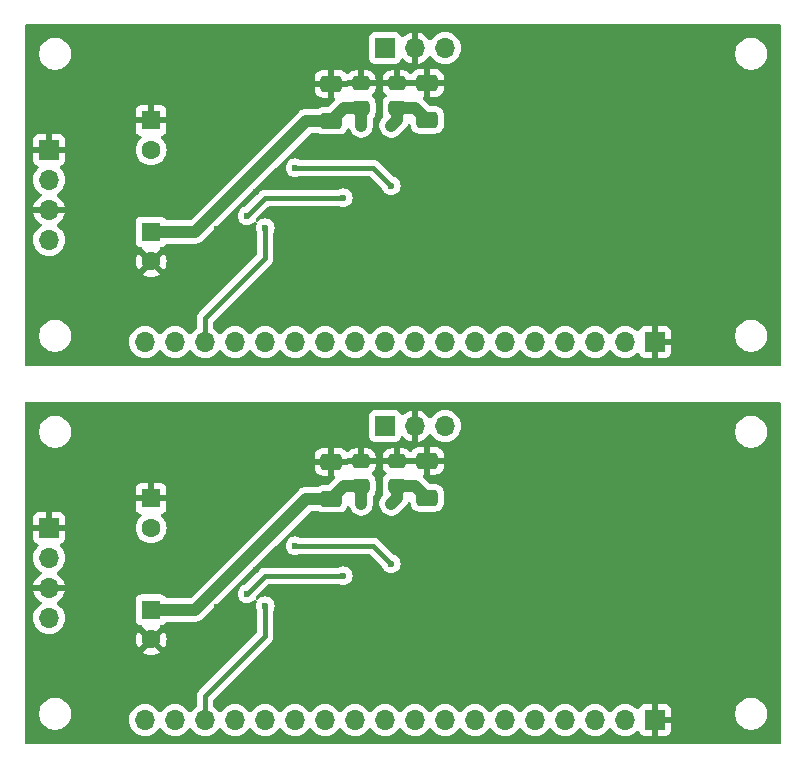
<source format=gbr>
%TF.GenerationSoftware,KiCad,Pcbnew,8.0.4*%
%TF.CreationDate,2024-08-18T00:19:52+02:00*%
%TF.ProjectId,untitled,756e7469-746c-4656-942e-6b696361645f,rev?*%
%TF.SameCoordinates,Original*%
%TF.FileFunction,Copper,L2,Bot*%
%TF.FilePolarity,Positive*%
%FSLAX46Y46*%
G04 Gerber Fmt 4.6, Leading zero omitted, Abs format (unit mm)*
G04 Created by KiCad (PCBNEW 8.0.4) date 2024-08-18 00:19:52*
%MOMM*%
%LPD*%
G01*
G04 APERTURE LIST*
G04 Aperture macros list*
%AMRoundRect*
0 Rectangle with rounded corners*
0 $1 Rounding radius*
0 $2 $3 $4 $5 $6 $7 $8 $9 X,Y pos of 4 corners*
0 Add a 4 corners polygon primitive as box body*
4,1,4,$2,$3,$4,$5,$6,$7,$8,$9,$2,$3,0*
0 Add four circle primitives for the rounded corners*
1,1,$1+$1,$2,$3*
1,1,$1+$1,$4,$5*
1,1,$1+$1,$6,$7*
1,1,$1+$1,$8,$9*
0 Add four rect primitives between the rounded corners*
20,1,$1+$1,$2,$3,$4,$5,0*
20,1,$1+$1,$4,$5,$6,$7,0*
20,1,$1+$1,$6,$7,$8,$9,0*
20,1,$1+$1,$8,$9,$2,$3,0*%
G04 Aperture macros list end*
%TA.AperFunction,SMDPad,CuDef*%
%ADD10RoundRect,0.250000X0.650000X-0.412500X0.650000X0.412500X-0.650000X0.412500X-0.650000X-0.412500X0*%
%TD*%
%TA.AperFunction,SMDPad,CuDef*%
%ADD11RoundRect,0.250000X0.475000X-0.337500X0.475000X0.337500X-0.475000X0.337500X-0.475000X-0.337500X0*%
%TD*%
%TA.AperFunction,ComponentPad*%
%ADD12R,1.600000X1.600000*%
%TD*%
%TA.AperFunction,ComponentPad*%
%ADD13C,1.600000*%
%TD*%
%TA.AperFunction,ComponentPad*%
%ADD14R,1.700000X1.700000*%
%TD*%
%TA.AperFunction,ComponentPad*%
%ADD15O,1.700000X1.700000*%
%TD*%
%TA.AperFunction,ViaPad*%
%ADD16C,0.600000*%
%TD*%
%TA.AperFunction,ViaPad*%
%ADD17C,0.900000*%
%TD*%
%TA.AperFunction,Conductor*%
%ADD18C,0.400000*%
%TD*%
%TA.AperFunction,Conductor*%
%ADD19C,1.000000*%
%TD*%
G04 APERTURE END LIST*
D10*
%TO.P,C6,1*%
%TO.N,Board_0-/-5V*%
X150544000Y-35636500D03*
%TO.P,C6,2*%
%TO.N,Board_0-GND*%
X150544000Y-32511500D03*
%TD*%
D11*
%TO.P,C3,1*%
%TO.N,Board_0-/+5V*%
X144956000Y-34620500D03*
%TO.P,C3,2*%
%TO.N,Board_0-GND*%
X144956000Y-32545500D03*
%TD*%
D10*
%TO.P,C6,1*%
%TO.N,Board_1-/-5V*%
X150544000Y-67636500D03*
%TO.P,C6,2*%
%TO.N,Board_1-GND*%
X150544000Y-64511500D03*
%TD*%
D11*
%TO.P,C3,1*%
%TO.N,Board_1-/+5V*%
X144956000Y-66620500D03*
%TO.P,C3,2*%
%TO.N,Board_1-GND*%
X144956000Y-64545500D03*
%TD*%
D10*
%TO.P,C4,1*%
%TO.N,Board_1-/+5V*%
X142416000Y-67713500D03*
%TO.P,C4,2*%
%TO.N,Board_1-GND*%
X142416000Y-64588500D03*
%TD*%
D11*
%TO.P,C7,1*%
%TO.N,Board_1-/-5V*%
X148004000Y-66620500D03*
%TO.P,C7,2*%
%TO.N,Board_1-GND*%
X148004000Y-64545500D03*
%TD*%
D10*
%TO.P,C4,1*%
%TO.N,Board_0-/+5V*%
X142416000Y-35713500D03*
%TO.P,C4,2*%
%TO.N,Board_0-GND*%
X142416000Y-32588500D03*
%TD*%
D11*
%TO.P,C7,1*%
%TO.N,Board_0-/-5V*%
X148004000Y-34620500D03*
%TO.P,C7,2*%
%TO.N,Board_0-GND*%
X148004000Y-32545500D03*
%TD*%
D12*
%TO.P,C5,1*%
%TO.N,Board_0-GND*%
X127176000Y-35676500D03*
D13*
%TO.P,C5,2*%
%TO.N,Board_0-/-5V*%
X127176000Y-38176500D03*
%TD*%
D12*
%TO.P,C5,1*%
%TO.N,Board_1-GND*%
X127176000Y-67676500D03*
D13*
%TO.P,C5,2*%
%TO.N,Board_1-/-5V*%
X127176000Y-70176500D03*
%TD*%
D14*
%TO.P,J3,1,Pin_1*%
%TO.N,Board_0-/VOUT+*%
X146988000Y-29540500D03*
D15*
%TO.P,J3,2,Pin_2*%
%TO.N,Board_0-GND*%
X149528000Y-29540500D03*
%TO.P,J3,3,Pin_3*%
%TO.N,Board_0-/VOUT-*%
X152068000Y-29540500D03*
%TD*%
D14*
%TO.P,J2,1,Pin_1*%
%TO.N,Board_1-GND*%
X169848000Y-86432500D03*
D15*
%TO.P,J2,2,Pin_2*%
%TO.N,Board_1-Net-(J2-Pin_2)*%
X167308000Y-86432500D03*
%TO.P,J2,3,Pin_3*%
%TO.N,Board_1-Net-(J2-Pin_3)*%
X164768000Y-86432500D03*
%TO.P,J2,4,Pin_4*%
%TO.N,Board_1-Net-(J2-Pin_4)*%
X162228000Y-86432500D03*
%TO.P,J2,5,Pin_5*%
%TO.N,Board_1-Net-(J2-Pin_5)*%
X159688000Y-86432500D03*
%TO.P,J2,6,Pin_6*%
%TO.N,Board_1-Net-(J2-Pin_6)*%
X157148000Y-86432500D03*
%TO.P,J2,7,Pin_7*%
%TO.N,Board_1-Net-(J2-Pin_7)*%
X154608000Y-86432500D03*
%TO.P,J2,8,Pin_8*%
%TO.N,Board_1-Net-(J2-Pin_8)*%
X152068000Y-86432500D03*
%TO.P,J2,9,Pin_9*%
%TO.N,Board_1-Net-(J2-Pin_9)*%
X149528000Y-86432500D03*
%TO.P,J2,10,Pin_10*%
%TO.N,Board_1-Net-(J2-Pin_10)*%
X146988000Y-86432500D03*
%TO.P,J2,11,Pin_11*%
%TO.N,Board_1-Net-(J2-Pin_11)*%
X144448000Y-86432500D03*
%TO.P,J2,12,Pin_12*%
%TO.N,Board_1-Net-(J2-Pin_12)*%
X141908000Y-86432500D03*
%TO.P,J2,13,Pin_13*%
%TO.N,Board_1-Net-(J2-Pin_13)*%
X139368000Y-86432500D03*
%TO.P,J2,14,Pin_14*%
%TO.N,Board_1-Net-(J2-Pin_14)*%
X136828000Y-86432500D03*
%TO.P,J2,15,Pin_15*%
%TO.N,Board_1-Net-(J2-Pin_15)*%
X134288000Y-86432500D03*
%TO.P,J2,16,Pin_16*%
%TO.N,Board_1-Net-(J2-Pin_16)*%
X131748000Y-86432500D03*
%TO.P,J2,17,Pin_17*%
%TO.N,Board_1-Net-(J2-Pin_17)*%
X129208000Y-86432500D03*
%TO.P,J2,18,Pin_18*%
%TO.N,Board_1-Net-(J2-Pin_18)*%
X126668000Y-86432500D03*
%TD*%
D14*
%TO.P,J2,1,Pin_1*%
%TO.N,Board_0-GND*%
X169848000Y-54432500D03*
D15*
%TO.P,J2,2,Pin_2*%
%TO.N,Board_0-Net-(J2-Pin_2)*%
X167308000Y-54432500D03*
%TO.P,J2,3,Pin_3*%
%TO.N,Board_0-Net-(J2-Pin_3)*%
X164768000Y-54432500D03*
%TO.P,J2,4,Pin_4*%
%TO.N,Board_0-Net-(J2-Pin_4)*%
X162228000Y-54432500D03*
%TO.P,J2,5,Pin_5*%
%TO.N,Board_0-Net-(J2-Pin_5)*%
X159688000Y-54432500D03*
%TO.P,J2,6,Pin_6*%
%TO.N,Board_0-Net-(J2-Pin_6)*%
X157148000Y-54432500D03*
%TO.P,J2,7,Pin_7*%
%TO.N,Board_0-Net-(J2-Pin_7)*%
X154608000Y-54432500D03*
%TO.P,J2,8,Pin_8*%
%TO.N,Board_0-Net-(J2-Pin_8)*%
X152068000Y-54432500D03*
%TO.P,J2,9,Pin_9*%
%TO.N,Board_0-Net-(J2-Pin_9)*%
X149528000Y-54432500D03*
%TO.P,J2,10,Pin_10*%
%TO.N,Board_0-Net-(J2-Pin_10)*%
X146988000Y-54432500D03*
%TO.P,J2,11,Pin_11*%
%TO.N,Board_0-Net-(J2-Pin_11)*%
X144448000Y-54432500D03*
%TO.P,J2,12,Pin_12*%
%TO.N,Board_0-Net-(J2-Pin_12)*%
X141908000Y-54432500D03*
%TO.P,J2,13,Pin_13*%
%TO.N,Board_0-Net-(J2-Pin_13)*%
X139368000Y-54432500D03*
%TO.P,J2,14,Pin_14*%
%TO.N,Board_0-Net-(J2-Pin_14)*%
X136828000Y-54432500D03*
%TO.P,J2,15,Pin_15*%
%TO.N,Board_0-Net-(J2-Pin_15)*%
X134288000Y-54432500D03*
%TO.P,J2,16,Pin_16*%
%TO.N,Board_0-Net-(J2-Pin_16)*%
X131748000Y-54432500D03*
%TO.P,J2,17,Pin_17*%
%TO.N,Board_0-Net-(J2-Pin_17)*%
X129208000Y-54432500D03*
%TO.P,J2,18,Pin_18*%
%TO.N,Board_0-Net-(J2-Pin_18)*%
X126668000Y-54432500D03*
%TD*%
D12*
%TO.P,C2,1*%
%TO.N,Board_0-/+5V*%
X127176000Y-45122121D03*
D13*
%TO.P,C2,2*%
%TO.N,Board_0-GND*%
X127176000Y-47622121D03*
%TD*%
D14*
%TO.P,J4,1,Pin_1*%
%TO.N,Board_0-GND*%
X118540000Y-38176500D03*
D15*
%TO.P,J4,2,Pin_2*%
%TO.N,Board_0-/-5V*%
X118540000Y-40716500D03*
%TO.P,J4,3,Pin_3*%
%TO.N,Board_0-GND*%
X118540000Y-43256500D03*
%TO.P,J4,4,Pin_4*%
%TO.N,Board_0-/+5V*%
X118540000Y-45796500D03*
%TD*%
D14*
%TO.P,J4,1,Pin_1*%
%TO.N,Board_1-GND*%
X118540000Y-70176500D03*
D15*
%TO.P,J4,2,Pin_2*%
%TO.N,Board_1-/-5V*%
X118540000Y-72716500D03*
%TO.P,J4,3,Pin_3*%
%TO.N,Board_1-GND*%
X118540000Y-75256500D03*
%TO.P,J4,4,Pin_4*%
%TO.N,Board_1-/+5V*%
X118540000Y-77796500D03*
%TD*%
D14*
%TO.P,J3,1,Pin_1*%
%TO.N,Board_1-/VOUT+*%
X146988000Y-61540500D03*
D15*
%TO.P,J3,2,Pin_2*%
%TO.N,Board_1-GND*%
X149528000Y-61540500D03*
%TO.P,J3,3,Pin_3*%
%TO.N,Board_1-/VOUT-*%
X152068000Y-61540500D03*
%TD*%
D12*
%TO.P,C2,1*%
%TO.N,Board_1-/+5V*%
X127176000Y-77122121D03*
D13*
%TO.P,C2,2*%
%TO.N,Board_1-GND*%
X127176000Y-79622121D03*
%TD*%
D16*
%TO.N,Board_1-Net-(U1-COMP2)*%
X139368000Y-71700500D03*
X147496000Y-73224500D03*
%TO.N,Board_1-Net-(J2-Pin_18)*%
X135304000Y-75764500D03*
X143432000Y-74240500D03*
%TO.N,Board_1-Net-(J2-Pin_16)*%
X136828000Y-76780500D03*
%TO.N,Board_1-GND*%
X160704000Y-62556500D03*
X165276000Y-65096500D03*
X133272000Y-61032500D03*
X127684000Y-61032500D03*
X146988000Y-74240500D03*
X169848000Y-80844500D03*
X125144000Y-83892500D03*
X157148000Y-73732500D03*
X160704000Y-83892500D03*
X165276000Y-67128500D03*
X136320000Y-69668500D03*
X178484000Y-73224500D03*
X176452000Y-69160500D03*
X173912000Y-78812500D03*
X163244000Y-69160500D03*
X155116000Y-77796500D03*
X130224000Y-72208500D03*
X165276000Y-78304500D03*
X148512000Y-63064500D03*
X122099511Y-63078154D03*
X171880000Y-62556500D03*
X140384000Y-81860500D03*
X139368000Y-78812500D03*
X133272000Y-65096500D03*
X155624000Y-84400500D03*
X142924000Y-84400500D03*
X137844000Y-62556500D03*
X174420000Y-86940500D03*
X173912000Y-73732500D03*
X155624000Y-79828500D03*
X158672000Y-75764500D03*
X176452000Y-71192500D03*
X120064000Y-82368500D03*
X140384000Y-83892500D03*
X117524000Y-82368500D03*
X137336000Y-80844500D03*
X133780000Y-78812500D03*
X139876000Y-61032500D03*
X157148000Y-71700500D03*
X172388000Y-84908500D03*
X165276000Y-80336500D03*
X178484000Y-77796500D03*
X122096000Y-71192500D03*
X176452000Y-77796500D03*
X160704000Y-66112500D03*
X135812000Y-76780500D03*
X173912000Y-65096500D03*
X122096000Y-67636500D03*
X122096000Y-61032500D03*
X127176000Y-73224500D03*
X128065000Y-84400500D03*
X171880000Y-78812500D03*
X135304000Y-82876500D03*
X160704000Y-75764500D03*
X173912000Y-80844500D03*
X127176000Y-74748500D03*
X117524000Y-65096500D03*
X163244000Y-65096500D03*
X173912000Y-76272500D03*
X152576000Y-75764500D03*
X169848000Y-60524500D03*
X119556000Y-65096500D03*
X142416000Y-79828500D03*
X140384000Y-70684500D03*
X176452000Y-81860500D03*
X160704000Y-79320500D03*
X146226000Y-67890500D03*
X174420000Y-84908500D03*
X123620000Y-66620500D03*
X151052000Y-75764500D03*
X169848000Y-78812500D03*
X178484000Y-79828500D03*
X165276000Y-75764500D03*
X178484000Y-81860500D03*
X176452000Y-73224500D03*
X155116000Y-73732500D03*
X165276000Y-73732500D03*
X171880000Y-71700500D03*
X163244000Y-83892500D03*
X130732000Y-74240500D03*
X173912000Y-67128500D03*
X124636000Y-65096500D03*
X124636000Y-61032500D03*
X124636000Y-63064500D03*
X163244000Y-60524500D03*
X160704000Y-64080500D03*
X143940000Y-80844500D03*
X144448000Y-82368500D03*
X178484000Y-67128500D03*
X163244000Y-75764500D03*
X132764000Y-76907500D03*
X158672000Y-77288500D03*
X160704000Y-69160500D03*
X169848000Y-73732500D03*
X167816000Y-62556500D03*
X122604000Y-86432500D03*
X130224000Y-61032500D03*
X171880000Y-60524500D03*
X169848000Y-65096500D03*
X122604000Y-82368500D03*
X163244000Y-80336500D03*
X176452000Y-79828500D03*
X149020000Y-73732500D03*
X167816000Y-76272500D03*
X140892000Y-69160500D03*
X157148000Y-77796500D03*
X148512000Y-75764500D03*
X127557000Y-81987500D03*
X172388000Y-86940500D03*
X144956000Y-73732500D03*
X171880000Y-80844500D03*
X143940000Y-75764500D03*
X133272000Y-67636500D03*
X165276000Y-71192500D03*
X117524000Y-67636500D03*
X158672000Y-73732500D03*
X155116000Y-71700500D03*
X140384000Y-66493500D03*
X160704000Y-60524500D03*
X130732000Y-67636500D03*
X155558381Y-66137622D03*
X130224000Y-63064500D03*
X125144000Y-82368500D03*
X158672000Y-62556500D03*
X167816000Y-71700500D03*
X122096000Y-65096500D03*
X151052000Y-63064500D03*
X176452000Y-67128500D03*
X152576000Y-72208500D03*
X137844000Y-72716500D03*
X167816000Y-65096500D03*
X136066000Y-73732500D03*
X155624000Y-64080500D03*
X167816000Y-67128500D03*
X120064000Y-80336500D03*
X148512000Y-84400500D03*
X178484000Y-69160500D03*
X139876000Y-62556500D03*
X169848000Y-62556500D03*
X169848000Y-71700500D03*
X153084000Y-66112500D03*
X158672000Y-60524500D03*
X173912000Y-60524500D03*
X171880000Y-73732500D03*
X155116000Y-75764500D03*
X165276000Y-62556500D03*
X149528000Y-82368500D03*
X173912000Y-71700500D03*
X141908000Y-61540500D03*
X167816000Y-69160500D03*
X178484000Y-71192500D03*
X163244000Y-73732500D03*
X158164000Y-64080500D03*
X122604000Y-84400500D03*
X141400000Y-76780500D03*
X167816000Y-78812500D03*
X151052000Y-83892500D03*
X160704000Y-71192500D03*
X145464000Y-84400500D03*
X171880000Y-67128500D03*
X169848000Y-69160500D03*
X176452000Y-75764500D03*
X167816000Y-60524500D03*
X160704000Y-77288500D03*
X174420000Y-82876500D03*
X163244000Y-67128500D03*
X149020000Y-72208500D03*
X158672000Y-83892500D03*
X171880000Y-65096500D03*
X158672000Y-69160500D03*
X138352000Y-83892500D03*
X122604000Y-80336500D03*
X151052000Y-74240500D03*
X165276000Y-69160500D03*
X160704000Y-73732500D03*
X178484000Y-75764500D03*
X121588000Y-74240500D03*
X163244000Y-62556500D03*
X121588000Y-76272500D03*
X158672000Y-79320500D03*
X137844000Y-61032500D03*
X133272000Y-63064500D03*
X163244000Y-78304500D03*
X135812000Y-61032500D03*
X131240000Y-81352500D03*
X153084000Y-64080500D03*
X165276000Y-60524500D03*
X172388000Y-82876500D03*
X133272000Y-72208500D03*
X157148000Y-75764500D03*
X145972000Y-75764500D03*
X135812000Y-62556500D03*
X158672000Y-71192500D03*
X167816000Y-80844500D03*
X167816000Y-73732500D03*
X163244000Y-71192500D03*
X124636000Y-74748500D03*
X152576000Y-73732500D03*
X169848000Y-67128500D03*
X127684000Y-63064500D03*
X130224000Y-65096500D03*
X117524000Y-80336500D03*
X173912000Y-62556500D03*
X119556000Y-67636500D03*
X171880000Y-76272500D03*
X171880000Y-69160500D03*
X169848000Y-76272500D03*
X173912000Y-69160500D03*
D17*
%TO.N,Board_1-/-5V*%
X147496000Y-68144500D03*
%TO.N,Board_1-/+5V*%
X144956000Y-68144500D03*
D16*
%TO.N,Board_0-Net-(U1-COMP2)*%
X139368000Y-39700500D03*
X147496000Y-41224500D03*
%TO.N,Board_0-Net-(J2-Pin_18)*%
X135304000Y-43764500D03*
X143432000Y-42240500D03*
%TO.N,Board_0-Net-(J2-Pin_16)*%
X136828000Y-44780500D03*
%TO.N,Board_0-GND*%
X158672000Y-41732500D03*
X169848000Y-48844500D03*
X172388000Y-50876500D03*
X163244000Y-48336500D03*
X151052000Y-31064500D03*
X178484000Y-45796500D03*
X128065000Y-52400500D03*
X155624000Y-32080500D03*
X157148000Y-45796500D03*
X152576000Y-43764500D03*
X169848000Y-39700500D03*
X163244000Y-41732500D03*
X117524000Y-33096500D03*
X137844000Y-29032500D03*
X140384000Y-49860500D03*
X143940000Y-48844500D03*
X160704000Y-37160500D03*
X176452000Y-35128500D03*
X173912000Y-41732500D03*
X160704000Y-32080500D03*
X165276000Y-35128500D03*
X167816000Y-44272500D03*
X171880000Y-41732500D03*
X155558381Y-34137622D03*
X160704000Y-28524500D03*
X165276000Y-43764500D03*
X173912000Y-48844500D03*
X178484000Y-35128500D03*
X171880000Y-46812500D03*
X158672000Y-43764500D03*
X117524000Y-35636500D03*
X122604000Y-52400500D03*
X171880000Y-30556500D03*
X174420000Y-50876500D03*
X155116000Y-45796500D03*
X138352000Y-51892500D03*
X158672000Y-51892500D03*
X165276000Y-41732500D03*
X132764000Y-44907500D03*
X121588000Y-44272500D03*
X155624000Y-47828500D03*
X173912000Y-28524500D03*
X160704000Y-47320500D03*
X149020000Y-40208500D03*
X165276000Y-39192500D03*
X148512000Y-43764500D03*
X158672000Y-28524500D03*
X165276000Y-37160500D03*
X139876000Y-30556500D03*
X135812000Y-29032500D03*
X130732000Y-35636500D03*
X176452000Y-47828500D03*
X135812000Y-44780500D03*
X176452000Y-41224500D03*
X122604000Y-48336500D03*
X176452000Y-37160500D03*
X171880000Y-35128500D03*
X124636000Y-31064500D03*
X127684000Y-31064500D03*
X155116000Y-41732500D03*
X130732000Y-42240500D03*
X158672000Y-30556500D03*
X149020000Y-41732500D03*
X157148000Y-39700500D03*
X141400000Y-44780500D03*
X176452000Y-45796500D03*
X127176000Y-41224500D03*
X158672000Y-37160500D03*
X133272000Y-31064500D03*
X122096000Y-39192500D03*
X130224000Y-29032500D03*
X136320000Y-37668500D03*
X122099511Y-31078154D03*
X130224000Y-31064500D03*
X169848000Y-33096500D03*
X124636000Y-29032500D03*
X160704000Y-30556500D03*
X144448000Y-50368500D03*
X171880000Y-33096500D03*
X140384000Y-51892500D03*
X165276000Y-48336500D03*
X173912000Y-44272500D03*
X145464000Y-52400500D03*
X158164000Y-32080500D03*
X167816000Y-35128500D03*
X173912000Y-30556500D03*
X171880000Y-48844500D03*
X178484000Y-41224500D03*
X163244000Y-43764500D03*
X173912000Y-37160500D03*
X153084000Y-32080500D03*
X139368000Y-46812500D03*
X163244000Y-35128500D03*
X143940000Y-43764500D03*
X173912000Y-35128500D03*
X167816000Y-41732500D03*
X124636000Y-42748500D03*
X127176000Y-42748500D03*
X125144000Y-51892500D03*
X137844000Y-30556500D03*
X158672000Y-47320500D03*
X140892000Y-37160500D03*
X167816000Y-48844500D03*
X127684000Y-29032500D03*
X122096000Y-29032500D03*
X163244000Y-33096500D03*
X160704000Y-51892500D03*
X155624000Y-52400500D03*
X165276000Y-46304500D03*
X137336000Y-48844500D03*
X140384000Y-34493500D03*
X133780000Y-46812500D03*
X176452000Y-43764500D03*
X117524000Y-48336500D03*
X131240000Y-49352500D03*
X167816000Y-33096500D03*
X133272000Y-29032500D03*
X163244000Y-37160500D03*
X163244000Y-28524500D03*
X167816000Y-37160500D03*
X155116000Y-43764500D03*
X169848000Y-37160500D03*
X144956000Y-41732500D03*
X146226000Y-35890500D03*
X149528000Y-50368500D03*
X167816000Y-30556500D03*
X124636000Y-33096500D03*
X135812000Y-30556500D03*
X121588000Y-42240500D03*
X169848000Y-30556500D03*
X151052000Y-42240500D03*
X178484000Y-43764500D03*
X135304000Y-50876500D03*
X122604000Y-50368500D03*
X125144000Y-50368500D03*
X148512000Y-52400500D03*
X145972000Y-43764500D03*
X163244000Y-39192500D03*
X133272000Y-33096500D03*
X122096000Y-33096500D03*
X120064000Y-50368500D03*
X163244000Y-30556500D03*
X148512000Y-31064500D03*
X133272000Y-40208500D03*
X157148000Y-43764500D03*
X160704000Y-43764500D03*
X119556000Y-33096500D03*
X123620000Y-34620500D03*
X157148000Y-41732500D03*
X152576000Y-41732500D03*
X178484000Y-47828500D03*
X151052000Y-51892500D03*
X171880000Y-39700500D03*
X160704000Y-41732500D03*
X137844000Y-40716500D03*
X141908000Y-29540500D03*
X140384000Y-38684500D03*
X169848000Y-46812500D03*
X176452000Y-49860500D03*
X173912000Y-33096500D03*
X146988000Y-42240500D03*
X160704000Y-39192500D03*
X158672000Y-45288500D03*
X167816000Y-28524500D03*
X127557000Y-49987500D03*
X139876000Y-29032500D03*
X133272000Y-35636500D03*
X171880000Y-28524500D03*
X169848000Y-41732500D03*
X169848000Y-35128500D03*
X173912000Y-39700500D03*
X172388000Y-54940500D03*
X136066000Y-41732500D03*
X122096000Y-35636500D03*
X160704000Y-34112500D03*
X142924000Y-52400500D03*
X169848000Y-28524500D03*
X122604000Y-54432500D03*
X169848000Y-44272500D03*
X130224000Y-33096500D03*
X167816000Y-46812500D03*
X174420000Y-52908500D03*
X119556000Y-35636500D03*
X160704000Y-45288500D03*
X171880000Y-44272500D03*
X165276000Y-30556500D03*
X163244000Y-46304500D03*
X151052000Y-43764500D03*
X163244000Y-51892500D03*
X178484000Y-49860500D03*
X130224000Y-40208500D03*
X167816000Y-39700500D03*
X120064000Y-48336500D03*
X142416000Y-47828500D03*
X155116000Y-39700500D03*
X172388000Y-52908500D03*
X158672000Y-39192500D03*
X153084000Y-34112500D03*
X178484000Y-37160500D03*
X152576000Y-40208500D03*
X173912000Y-46812500D03*
X171880000Y-37160500D03*
X174420000Y-54940500D03*
X178484000Y-39192500D03*
X165276000Y-28524500D03*
X165276000Y-33096500D03*
X176452000Y-39192500D03*
X117524000Y-50368500D03*
D17*
%TO.N,Board_0-/-5V*%
X147496000Y-36144500D03*
%TO.N,Board_0-/+5V*%
X144956000Y-36144500D03*
%TD*%
D18*
%TO.N,Board_1-Net-(U1-COMP2)*%
X145972000Y-71700500D02*
X139368000Y-71700500D01*
X147496000Y-73224500D02*
X145972000Y-71700500D01*
%TO.N,Board_1-Net-(J2-Pin_18)*%
X136828000Y-74240500D02*
X143432000Y-74240500D01*
X135304000Y-75764500D02*
X136828000Y-74240500D01*
%TO.N,Board_1-Net-(J2-Pin_16)*%
X136828000Y-79320500D02*
X131748000Y-84400500D01*
X136828000Y-76780500D02*
X136828000Y-79320500D01*
X131748000Y-84400500D02*
X131748000Y-86432500D01*
D19*
%TO.N,Board_1-/-5V*%
X150544000Y-67636500D02*
X149528000Y-66620500D01*
D18*
X148004000Y-67255500D02*
X148004000Y-66620500D01*
D19*
X149528000Y-66620500D02*
X148004000Y-66620500D01*
X148004000Y-67636500D02*
X148004000Y-67255500D01*
X147496000Y-68144500D02*
X148004000Y-67636500D01*
%TO.N,Board_1-/+5V*%
X130898379Y-77122121D02*
X140307000Y-67713500D01*
X127176000Y-77122121D02*
X130898379Y-77122121D01*
X143509000Y-66620500D02*
X142416000Y-67713500D01*
X144956000Y-66620500D02*
X143509000Y-66620500D01*
X144956000Y-68144500D02*
X144956000Y-66620500D01*
X140307000Y-67713500D02*
X142416000Y-67713500D01*
D18*
%TO.N,Board_0-Net-(U1-COMP2)*%
X147496000Y-41224500D02*
X145972000Y-39700500D01*
X145972000Y-39700500D02*
X139368000Y-39700500D01*
%TO.N,Board_0-Net-(J2-Pin_18)*%
X135304000Y-43764500D02*
X136828000Y-42240500D01*
X136828000Y-42240500D02*
X143432000Y-42240500D01*
%TO.N,Board_0-Net-(J2-Pin_16)*%
X136828000Y-47320500D02*
X131748000Y-52400500D01*
X131748000Y-52400500D02*
X131748000Y-54432500D01*
X136828000Y-44780500D02*
X136828000Y-47320500D01*
%TO.N,Board_0-/-5V*%
X148004000Y-35255500D02*
X148004000Y-34620500D01*
D19*
X147496000Y-36144500D02*
X148004000Y-35636500D01*
X148004000Y-35636500D02*
X148004000Y-35255500D01*
X150544000Y-35636500D02*
X149528000Y-34620500D01*
X149528000Y-34620500D02*
X148004000Y-34620500D01*
%TO.N,Board_0-/+5V*%
X130898379Y-45122121D02*
X140307000Y-35713500D01*
X144956000Y-36144500D02*
X144956000Y-34620500D01*
X140307000Y-35713500D02*
X142416000Y-35713500D01*
X127176000Y-45122121D02*
X130898379Y-45122121D01*
X143509000Y-34620500D02*
X142416000Y-35713500D01*
X144956000Y-34620500D02*
X143509000Y-34620500D01*
%TD*%
%TA.AperFunction,Conductor*%
%TO.N,Board_0-GND*%
G36*
X180442539Y-27528185D02*
G01*
X180488294Y-27580989D01*
X180499500Y-27632500D01*
X180499500Y-56340500D01*
X180479815Y-56407539D01*
X180427011Y-56453294D01*
X180375500Y-56464500D01*
X116632000Y-56464500D01*
X116564961Y-56444815D01*
X116519206Y-56392011D01*
X116508000Y-56340500D01*
X116508000Y-53818213D01*
X117697500Y-53818213D01*
X117697500Y-54030786D01*
X117730753Y-54240739D01*
X117796444Y-54442914D01*
X117892951Y-54632320D01*
X118017890Y-54804286D01*
X118168213Y-54954609D01*
X118340179Y-55079548D01*
X118340181Y-55079549D01*
X118340184Y-55079551D01*
X118529588Y-55176057D01*
X118731757Y-55241746D01*
X118941713Y-55275000D01*
X118941714Y-55275000D01*
X119154286Y-55275000D01*
X119154287Y-55275000D01*
X119364243Y-55241746D01*
X119566412Y-55176057D01*
X119755816Y-55079551D01*
X119777789Y-55063586D01*
X119927786Y-54954609D01*
X119927788Y-54954606D01*
X119927792Y-54954604D01*
X120078104Y-54804292D01*
X120078106Y-54804288D01*
X120078109Y-54804286D01*
X120203048Y-54632320D01*
X120203047Y-54632320D01*
X120203051Y-54632316D01*
X120299557Y-54442912D01*
X120302940Y-54432499D01*
X125312341Y-54432499D01*
X125312341Y-54432500D01*
X125332936Y-54667903D01*
X125332938Y-54667913D01*
X125394094Y-54896155D01*
X125394096Y-54896159D01*
X125394097Y-54896163D01*
X125488703Y-55099046D01*
X125493965Y-55110330D01*
X125493967Y-55110334D01*
X125602281Y-55265021D01*
X125629505Y-55303901D01*
X125796599Y-55470995D01*
X125873135Y-55524586D01*
X125990165Y-55606532D01*
X125990167Y-55606533D01*
X125990170Y-55606535D01*
X126204337Y-55706403D01*
X126432592Y-55767563D01*
X126603319Y-55782500D01*
X126667999Y-55788159D01*
X126668000Y-55788159D01*
X126668001Y-55788159D01*
X126732681Y-55782500D01*
X126903408Y-55767563D01*
X127131663Y-55706403D01*
X127345830Y-55606535D01*
X127539401Y-55470995D01*
X127706495Y-55303901D01*
X127836425Y-55118342D01*
X127891002Y-55074717D01*
X127960500Y-55067523D01*
X128022855Y-55099046D01*
X128039575Y-55118342D01*
X128169500Y-55303895D01*
X128169505Y-55303901D01*
X128336599Y-55470995D01*
X128413135Y-55524586D01*
X128530165Y-55606532D01*
X128530167Y-55606533D01*
X128530170Y-55606535D01*
X128744337Y-55706403D01*
X128972592Y-55767563D01*
X129143319Y-55782500D01*
X129207999Y-55788159D01*
X129208000Y-55788159D01*
X129208001Y-55788159D01*
X129272681Y-55782500D01*
X129443408Y-55767563D01*
X129671663Y-55706403D01*
X129885830Y-55606535D01*
X130079401Y-55470995D01*
X130246495Y-55303901D01*
X130376425Y-55118342D01*
X130431002Y-55074717D01*
X130500500Y-55067523D01*
X130562855Y-55099046D01*
X130579575Y-55118342D01*
X130709500Y-55303895D01*
X130709505Y-55303901D01*
X130876599Y-55470995D01*
X130953135Y-55524586D01*
X131070165Y-55606532D01*
X131070167Y-55606533D01*
X131070170Y-55606535D01*
X131284337Y-55706403D01*
X131512592Y-55767563D01*
X131683319Y-55782500D01*
X131747999Y-55788159D01*
X131748000Y-55788159D01*
X131748001Y-55788159D01*
X131812681Y-55782500D01*
X131983408Y-55767563D01*
X132211663Y-55706403D01*
X132425830Y-55606535D01*
X132619401Y-55470995D01*
X132786495Y-55303901D01*
X132916425Y-55118342D01*
X132971002Y-55074717D01*
X133040500Y-55067523D01*
X133102855Y-55099046D01*
X133119575Y-55118342D01*
X133249500Y-55303895D01*
X133249505Y-55303901D01*
X133416599Y-55470995D01*
X133493135Y-55524586D01*
X133610165Y-55606532D01*
X133610167Y-55606533D01*
X133610170Y-55606535D01*
X133824337Y-55706403D01*
X134052592Y-55767563D01*
X134223319Y-55782500D01*
X134287999Y-55788159D01*
X134288000Y-55788159D01*
X134288001Y-55788159D01*
X134352681Y-55782500D01*
X134523408Y-55767563D01*
X134751663Y-55706403D01*
X134965830Y-55606535D01*
X135159401Y-55470995D01*
X135326495Y-55303901D01*
X135456425Y-55118342D01*
X135511002Y-55074717D01*
X135580500Y-55067523D01*
X135642855Y-55099046D01*
X135659575Y-55118342D01*
X135789500Y-55303895D01*
X135789505Y-55303901D01*
X135956599Y-55470995D01*
X136033135Y-55524586D01*
X136150165Y-55606532D01*
X136150167Y-55606533D01*
X136150170Y-55606535D01*
X136364337Y-55706403D01*
X136592592Y-55767563D01*
X136763319Y-55782500D01*
X136827999Y-55788159D01*
X136828000Y-55788159D01*
X136828001Y-55788159D01*
X136892681Y-55782500D01*
X137063408Y-55767563D01*
X137291663Y-55706403D01*
X137505830Y-55606535D01*
X137699401Y-55470995D01*
X137866495Y-55303901D01*
X137996425Y-55118342D01*
X138051002Y-55074717D01*
X138120500Y-55067523D01*
X138182855Y-55099046D01*
X138199575Y-55118342D01*
X138329500Y-55303895D01*
X138329505Y-55303901D01*
X138496599Y-55470995D01*
X138573135Y-55524586D01*
X138690165Y-55606532D01*
X138690167Y-55606533D01*
X138690170Y-55606535D01*
X138904337Y-55706403D01*
X139132592Y-55767563D01*
X139303319Y-55782500D01*
X139367999Y-55788159D01*
X139368000Y-55788159D01*
X139368001Y-55788159D01*
X139432681Y-55782500D01*
X139603408Y-55767563D01*
X139831663Y-55706403D01*
X140045830Y-55606535D01*
X140239401Y-55470995D01*
X140406495Y-55303901D01*
X140536425Y-55118342D01*
X140591002Y-55074717D01*
X140660500Y-55067523D01*
X140722855Y-55099046D01*
X140739575Y-55118342D01*
X140869500Y-55303895D01*
X140869505Y-55303901D01*
X141036599Y-55470995D01*
X141113135Y-55524586D01*
X141230165Y-55606532D01*
X141230167Y-55606533D01*
X141230170Y-55606535D01*
X141444337Y-55706403D01*
X141672592Y-55767563D01*
X141843319Y-55782500D01*
X141907999Y-55788159D01*
X141908000Y-55788159D01*
X141908001Y-55788159D01*
X141972681Y-55782500D01*
X142143408Y-55767563D01*
X142371663Y-55706403D01*
X142585830Y-55606535D01*
X142779401Y-55470995D01*
X142946495Y-55303901D01*
X143076425Y-55118342D01*
X143131002Y-55074717D01*
X143200500Y-55067523D01*
X143262855Y-55099046D01*
X143279575Y-55118342D01*
X143409500Y-55303895D01*
X143409505Y-55303901D01*
X143576599Y-55470995D01*
X143653135Y-55524586D01*
X143770165Y-55606532D01*
X143770167Y-55606533D01*
X143770170Y-55606535D01*
X143984337Y-55706403D01*
X144212592Y-55767563D01*
X144383319Y-55782500D01*
X144447999Y-55788159D01*
X144448000Y-55788159D01*
X144448001Y-55788159D01*
X144512681Y-55782500D01*
X144683408Y-55767563D01*
X144911663Y-55706403D01*
X145125830Y-55606535D01*
X145319401Y-55470995D01*
X145486495Y-55303901D01*
X145616425Y-55118342D01*
X145671002Y-55074717D01*
X145740500Y-55067523D01*
X145802855Y-55099046D01*
X145819575Y-55118342D01*
X145949500Y-55303895D01*
X145949505Y-55303901D01*
X146116599Y-55470995D01*
X146193135Y-55524586D01*
X146310165Y-55606532D01*
X146310167Y-55606533D01*
X146310170Y-55606535D01*
X146524337Y-55706403D01*
X146752592Y-55767563D01*
X146923319Y-55782500D01*
X146987999Y-55788159D01*
X146988000Y-55788159D01*
X146988001Y-55788159D01*
X147052681Y-55782500D01*
X147223408Y-55767563D01*
X147451663Y-55706403D01*
X147665830Y-55606535D01*
X147859401Y-55470995D01*
X148026495Y-55303901D01*
X148156425Y-55118342D01*
X148211002Y-55074717D01*
X148280500Y-55067523D01*
X148342855Y-55099046D01*
X148359575Y-55118342D01*
X148489500Y-55303895D01*
X148489505Y-55303901D01*
X148656599Y-55470995D01*
X148733135Y-55524586D01*
X148850165Y-55606532D01*
X148850167Y-55606533D01*
X148850170Y-55606535D01*
X149064337Y-55706403D01*
X149292592Y-55767563D01*
X149463319Y-55782500D01*
X149527999Y-55788159D01*
X149528000Y-55788159D01*
X149528001Y-55788159D01*
X149592681Y-55782500D01*
X149763408Y-55767563D01*
X149991663Y-55706403D01*
X150205830Y-55606535D01*
X150399401Y-55470995D01*
X150566495Y-55303901D01*
X150696425Y-55118342D01*
X150751002Y-55074717D01*
X150820500Y-55067523D01*
X150882855Y-55099046D01*
X150899575Y-55118342D01*
X151029500Y-55303895D01*
X151029505Y-55303901D01*
X151196599Y-55470995D01*
X151273135Y-55524586D01*
X151390165Y-55606532D01*
X151390167Y-55606533D01*
X151390170Y-55606535D01*
X151604337Y-55706403D01*
X151832592Y-55767563D01*
X152003319Y-55782500D01*
X152067999Y-55788159D01*
X152068000Y-55788159D01*
X152068001Y-55788159D01*
X152132681Y-55782500D01*
X152303408Y-55767563D01*
X152531663Y-55706403D01*
X152745830Y-55606535D01*
X152939401Y-55470995D01*
X153106495Y-55303901D01*
X153236425Y-55118342D01*
X153291002Y-55074717D01*
X153360500Y-55067523D01*
X153422855Y-55099046D01*
X153439575Y-55118342D01*
X153569500Y-55303895D01*
X153569505Y-55303901D01*
X153736599Y-55470995D01*
X153813135Y-55524586D01*
X153930165Y-55606532D01*
X153930167Y-55606533D01*
X153930170Y-55606535D01*
X154144337Y-55706403D01*
X154372592Y-55767563D01*
X154543319Y-55782500D01*
X154607999Y-55788159D01*
X154608000Y-55788159D01*
X154608001Y-55788159D01*
X154672681Y-55782500D01*
X154843408Y-55767563D01*
X155071663Y-55706403D01*
X155285830Y-55606535D01*
X155479401Y-55470995D01*
X155646495Y-55303901D01*
X155776425Y-55118342D01*
X155831002Y-55074717D01*
X155900500Y-55067523D01*
X155962855Y-55099046D01*
X155979575Y-55118342D01*
X156109500Y-55303895D01*
X156109505Y-55303901D01*
X156276599Y-55470995D01*
X156353135Y-55524586D01*
X156470165Y-55606532D01*
X156470167Y-55606533D01*
X156470170Y-55606535D01*
X156684337Y-55706403D01*
X156912592Y-55767563D01*
X157083319Y-55782500D01*
X157147999Y-55788159D01*
X157148000Y-55788159D01*
X157148001Y-55788159D01*
X157212681Y-55782500D01*
X157383408Y-55767563D01*
X157611663Y-55706403D01*
X157825830Y-55606535D01*
X158019401Y-55470995D01*
X158186495Y-55303901D01*
X158316425Y-55118342D01*
X158371002Y-55074717D01*
X158440500Y-55067523D01*
X158502855Y-55099046D01*
X158519575Y-55118342D01*
X158649500Y-55303895D01*
X158649505Y-55303901D01*
X158816599Y-55470995D01*
X158893135Y-55524586D01*
X159010165Y-55606532D01*
X159010167Y-55606533D01*
X159010170Y-55606535D01*
X159224337Y-55706403D01*
X159452592Y-55767563D01*
X159623319Y-55782500D01*
X159687999Y-55788159D01*
X159688000Y-55788159D01*
X159688001Y-55788159D01*
X159752681Y-55782500D01*
X159923408Y-55767563D01*
X160151663Y-55706403D01*
X160365830Y-55606535D01*
X160559401Y-55470995D01*
X160726495Y-55303901D01*
X160856425Y-55118342D01*
X160911002Y-55074717D01*
X160980500Y-55067523D01*
X161042855Y-55099046D01*
X161059575Y-55118342D01*
X161189500Y-55303895D01*
X161189505Y-55303901D01*
X161356599Y-55470995D01*
X161433135Y-55524586D01*
X161550165Y-55606532D01*
X161550167Y-55606533D01*
X161550170Y-55606535D01*
X161764337Y-55706403D01*
X161992592Y-55767563D01*
X162163319Y-55782500D01*
X162227999Y-55788159D01*
X162228000Y-55788159D01*
X162228001Y-55788159D01*
X162292681Y-55782500D01*
X162463408Y-55767563D01*
X162691663Y-55706403D01*
X162905830Y-55606535D01*
X163099401Y-55470995D01*
X163266495Y-55303901D01*
X163396425Y-55118342D01*
X163451002Y-55074717D01*
X163520500Y-55067523D01*
X163582855Y-55099046D01*
X163599575Y-55118342D01*
X163729500Y-55303895D01*
X163729505Y-55303901D01*
X163896599Y-55470995D01*
X163973135Y-55524586D01*
X164090165Y-55606532D01*
X164090167Y-55606533D01*
X164090170Y-55606535D01*
X164304337Y-55706403D01*
X164532592Y-55767563D01*
X164703319Y-55782500D01*
X164767999Y-55788159D01*
X164768000Y-55788159D01*
X164768001Y-55788159D01*
X164832681Y-55782500D01*
X165003408Y-55767563D01*
X165231663Y-55706403D01*
X165445830Y-55606535D01*
X165639401Y-55470995D01*
X165806495Y-55303901D01*
X165936425Y-55118342D01*
X165991002Y-55074717D01*
X166060500Y-55067523D01*
X166122855Y-55099046D01*
X166139575Y-55118342D01*
X166269500Y-55303895D01*
X166269505Y-55303901D01*
X166436599Y-55470995D01*
X166513135Y-55524586D01*
X166630165Y-55606532D01*
X166630167Y-55606533D01*
X166630170Y-55606535D01*
X166844337Y-55706403D01*
X167072592Y-55767563D01*
X167243319Y-55782500D01*
X167307999Y-55788159D01*
X167308000Y-55788159D01*
X167308001Y-55788159D01*
X167372681Y-55782500D01*
X167543408Y-55767563D01*
X167771663Y-55706403D01*
X167985830Y-55606535D01*
X168179401Y-55470995D01*
X168301717Y-55348678D01*
X168363036Y-55315196D01*
X168432728Y-55320180D01*
X168488662Y-55362051D01*
X168505577Y-55393028D01*
X168554646Y-55524588D01*
X168554649Y-55524593D01*
X168640809Y-55639687D01*
X168640812Y-55639690D01*
X168755906Y-55725850D01*
X168755913Y-55725854D01*
X168890620Y-55776096D01*
X168890627Y-55776098D01*
X168950155Y-55782499D01*
X168950172Y-55782500D01*
X169598000Y-55782500D01*
X169598000Y-54865512D01*
X169655007Y-54898425D01*
X169782174Y-54932500D01*
X169913826Y-54932500D01*
X170040993Y-54898425D01*
X170098000Y-54865512D01*
X170098000Y-55782500D01*
X170745828Y-55782500D01*
X170745844Y-55782499D01*
X170805372Y-55776098D01*
X170805379Y-55776096D01*
X170940086Y-55725854D01*
X170940093Y-55725850D01*
X171055187Y-55639690D01*
X171055190Y-55639687D01*
X171141350Y-55524593D01*
X171141354Y-55524586D01*
X171191596Y-55389879D01*
X171191598Y-55389872D01*
X171197999Y-55330344D01*
X171198000Y-55330327D01*
X171198000Y-54682500D01*
X170281012Y-54682500D01*
X170313925Y-54625493D01*
X170348000Y-54498326D01*
X170348000Y-54366674D01*
X170313925Y-54239507D01*
X170281012Y-54182500D01*
X171198000Y-54182500D01*
X171198000Y-53818213D01*
X176625500Y-53818213D01*
X176625500Y-54030786D01*
X176658753Y-54240739D01*
X176724444Y-54442914D01*
X176820951Y-54632320D01*
X176945890Y-54804286D01*
X177096213Y-54954609D01*
X177268179Y-55079548D01*
X177268181Y-55079549D01*
X177268184Y-55079551D01*
X177457588Y-55176057D01*
X177659757Y-55241746D01*
X177869713Y-55275000D01*
X177869714Y-55275000D01*
X178082286Y-55275000D01*
X178082287Y-55275000D01*
X178292243Y-55241746D01*
X178494412Y-55176057D01*
X178683816Y-55079551D01*
X178705789Y-55063586D01*
X178855786Y-54954609D01*
X178855788Y-54954606D01*
X178855792Y-54954604D01*
X179006104Y-54804292D01*
X179006106Y-54804288D01*
X179006109Y-54804286D01*
X179131048Y-54632320D01*
X179131047Y-54632320D01*
X179131051Y-54632316D01*
X179227557Y-54442912D01*
X179293246Y-54240743D01*
X179326500Y-54030787D01*
X179326500Y-53818213D01*
X179293246Y-53608257D01*
X179227557Y-53406088D01*
X179131051Y-53216684D01*
X179131049Y-53216681D01*
X179131048Y-53216679D01*
X179006109Y-53044713D01*
X178855786Y-52894390D01*
X178683820Y-52769451D01*
X178494414Y-52672944D01*
X178494413Y-52672943D01*
X178494412Y-52672943D01*
X178292243Y-52607254D01*
X178292241Y-52607253D01*
X178292240Y-52607253D01*
X178130957Y-52581708D01*
X178082287Y-52574000D01*
X177869713Y-52574000D01*
X177821042Y-52581708D01*
X177659760Y-52607253D01*
X177457585Y-52672944D01*
X177268179Y-52769451D01*
X177096213Y-52894390D01*
X176945890Y-53044713D01*
X176820951Y-53216679D01*
X176724444Y-53406085D01*
X176658753Y-53608260D01*
X176625500Y-53818213D01*
X171198000Y-53818213D01*
X171198000Y-53534672D01*
X171197999Y-53534655D01*
X171191598Y-53475127D01*
X171191596Y-53475120D01*
X171141354Y-53340413D01*
X171141350Y-53340406D01*
X171055190Y-53225312D01*
X171055187Y-53225309D01*
X170940093Y-53139149D01*
X170940086Y-53139145D01*
X170805379Y-53088903D01*
X170805372Y-53088901D01*
X170745844Y-53082500D01*
X170098000Y-53082500D01*
X170098000Y-53999488D01*
X170040993Y-53966575D01*
X169913826Y-53932500D01*
X169782174Y-53932500D01*
X169655007Y-53966575D01*
X169598000Y-53999488D01*
X169598000Y-53082500D01*
X168950155Y-53082500D01*
X168890627Y-53088901D01*
X168890620Y-53088903D01*
X168755913Y-53139145D01*
X168755906Y-53139149D01*
X168640812Y-53225309D01*
X168640809Y-53225312D01*
X168554649Y-53340406D01*
X168554645Y-53340413D01*
X168505578Y-53471970D01*
X168463707Y-53527904D01*
X168398242Y-53552321D01*
X168329969Y-53537469D01*
X168301715Y-53516319D01*
X168257366Y-53471970D01*
X168179401Y-53394005D01*
X168179397Y-53394002D01*
X168179396Y-53394001D01*
X167985834Y-53258467D01*
X167985830Y-53258465D01*
X167914727Y-53225309D01*
X167771663Y-53158597D01*
X167771659Y-53158596D01*
X167771655Y-53158594D01*
X167543413Y-53097438D01*
X167543403Y-53097436D01*
X167308001Y-53076841D01*
X167307999Y-53076841D01*
X167072596Y-53097436D01*
X167072586Y-53097438D01*
X166844344Y-53158594D01*
X166844335Y-53158598D01*
X166630171Y-53258464D01*
X166630169Y-53258465D01*
X166436597Y-53394005D01*
X166269505Y-53561097D01*
X166139575Y-53746658D01*
X166084998Y-53790283D01*
X166015500Y-53797477D01*
X165953145Y-53765954D01*
X165936425Y-53746658D01*
X165806494Y-53561097D01*
X165639402Y-53394006D01*
X165639395Y-53394001D01*
X165445834Y-53258467D01*
X165445830Y-53258465D01*
X165374727Y-53225309D01*
X165231663Y-53158597D01*
X165231659Y-53158596D01*
X165231655Y-53158594D01*
X165003413Y-53097438D01*
X165003403Y-53097436D01*
X164768001Y-53076841D01*
X164767999Y-53076841D01*
X164532596Y-53097436D01*
X164532586Y-53097438D01*
X164304344Y-53158594D01*
X164304335Y-53158598D01*
X164090171Y-53258464D01*
X164090169Y-53258465D01*
X163896597Y-53394005D01*
X163729505Y-53561097D01*
X163599575Y-53746658D01*
X163544998Y-53790283D01*
X163475500Y-53797477D01*
X163413145Y-53765954D01*
X163396425Y-53746658D01*
X163266494Y-53561097D01*
X163099402Y-53394006D01*
X163099395Y-53394001D01*
X162905834Y-53258467D01*
X162905830Y-53258465D01*
X162834727Y-53225309D01*
X162691663Y-53158597D01*
X162691659Y-53158596D01*
X162691655Y-53158594D01*
X162463413Y-53097438D01*
X162463403Y-53097436D01*
X162228001Y-53076841D01*
X162227999Y-53076841D01*
X161992596Y-53097436D01*
X161992586Y-53097438D01*
X161764344Y-53158594D01*
X161764335Y-53158598D01*
X161550171Y-53258464D01*
X161550169Y-53258465D01*
X161356597Y-53394005D01*
X161189505Y-53561097D01*
X161059575Y-53746658D01*
X161004998Y-53790283D01*
X160935500Y-53797477D01*
X160873145Y-53765954D01*
X160856425Y-53746658D01*
X160726494Y-53561097D01*
X160559402Y-53394006D01*
X160559395Y-53394001D01*
X160365834Y-53258467D01*
X160365830Y-53258465D01*
X160294727Y-53225309D01*
X160151663Y-53158597D01*
X160151659Y-53158596D01*
X160151655Y-53158594D01*
X159923413Y-53097438D01*
X159923403Y-53097436D01*
X159688001Y-53076841D01*
X159687999Y-53076841D01*
X159452596Y-53097436D01*
X159452586Y-53097438D01*
X159224344Y-53158594D01*
X159224335Y-53158598D01*
X159010171Y-53258464D01*
X159010169Y-53258465D01*
X158816597Y-53394005D01*
X158649505Y-53561097D01*
X158519575Y-53746658D01*
X158464998Y-53790283D01*
X158395500Y-53797477D01*
X158333145Y-53765954D01*
X158316425Y-53746658D01*
X158186494Y-53561097D01*
X158019402Y-53394006D01*
X158019395Y-53394001D01*
X157825834Y-53258467D01*
X157825830Y-53258465D01*
X157754727Y-53225309D01*
X157611663Y-53158597D01*
X157611659Y-53158596D01*
X157611655Y-53158594D01*
X157383413Y-53097438D01*
X157383403Y-53097436D01*
X157148001Y-53076841D01*
X157147999Y-53076841D01*
X156912596Y-53097436D01*
X156912586Y-53097438D01*
X156684344Y-53158594D01*
X156684335Y-53158598D01*
X156470171Y-53258464D01*
X156470169Y-53258465D01*
X156276597Y-53394005D01*
X156109505Y-53561097D01*
X155979575Y-53746658D01*
X155924998Y-53790283D01*
X155855500Y-53797477D01*
X155793145Y-53765954D01*
X155776425Y-53746658D01*
X155646494Y-53561097D01*
X155479402Y-53394006D01*
X155479395Y-53394001D01*
X155285834Y-53258467D01*
X155285830Y-53258465D01*
X155214727Y-53225309D01*
X155071663Y-53158597D01*
X155071659Y-53158596D01*
X155071655Y-53158594D01*
X154843413Y-53097438D01*
X154843403Y-53097436D01*
X154608001Y-53076841D01*
X154607999Y-53076841D01*
X154372596Y-53097436D01*
X154372586Y-53097438D01*
X154144344Y-53158594D01*
X154144335Y-53158598D01*
X153930171Y-53258464D01*
X153930169Y-53258465D01*
X153736597Y-53394005D01*
X153569505Y-53561097D01*
X153439575Y-53746658D01*
X153384998Y-53790283D01*
X153315500Y-53797477D01*
X153253145Y-53765954D01*
X153236425Y-53746658D01*
X153106494Y-53561097D01*
X152939402Y-53394006D01*
X152939395Y-53394001D01*
X152745834Y-53258467D01*
X152745830Y-53258465D01*
X152674727Y-53225309D01*
X152531663Y-53158597D01*
X152531659Y-53158596D01*
X152531655Y-53158594D01*
X152303413Y-53097438D01*
X152303403Y-53097436D01*
X152068001Y-53076841D01*
X152067999Y-53076841D01*
X151832596Y-53097436D01*
X151832586Y-53097438D01*
X151604344Y-53158594D01*
X151604335Y-53158598D01*
X151390171Y-53258464D01*
X151390169Y-53258465D01*
X151196597Y-53394005D01*
X151029505Y-53561097D01*
X150899575Y-53746658D01*
X150844998Y-53790283D01*
X150775500Y-53797477D01*
X150713145Y-53765954D01*
X150696425Y-53746658D01*
X150566494Y-53561097D01*
X150399402Y-53394006D01*
X150399395Y-53394001D01*
X150205834Y-53258467D01*
X150205830Y-53258465D01*
X150134727Y-53225309D01*
X149991663Y-53158597D01*
X149991659Y-53158596D01*
X149991655Y-53158594D01*
X149763413Y-53097438D01*
X149763403Y-53097436D01*
X149528001Y-53076841D01*
X149527999Y-53076841D01*
X149292596Y-53097436D01*
X149292586Y-53097438D01*
X149064344Y-53158594D01*
X149064335Y-53158598D01*
X148850171Y-53258464D01*
X148850169Y-53258465D01*
X148656597Y-53394005D01*
X148489505Y-53561097D01*
X148359575Y-53746658D01*
X148304998Y-53790283D01*
X148235500Y-53797477D01*
X148173145Y-53765954D01*
X148156425Y-53746658D01*
X148026494Y-53561097D01*
X147859402Y-53394006D01*
X147859395Y-53394001D01*
X147665834Y-53258467D01*
X147665830Y-53258465D01*
X147594727Y-53225309D01*
X147451663Y-53158597D01*
X147451659Y-53158596D01*
X147451655Y-53158594D01*
X147223413Y-53097438D01*
X147223403Y-53097436D01*
X146988001Y-53076841D01*
X146987999Y-53076841D01*
X146752596Y-53097436D01*
X146752586Y-53097438D01*
X146524344Y-53158594D01*
X146524335Y-53158598D01*
X146310171Y-53258464D01*
X146310169Y-53258465D01*
X146116597Y-53394005D01*
X145949505Y-53561097D01*
X145819575Y-53746658D01*
X145764998Y-53790283D01*
X145695500Y-53797477D01*
X145633145Y-53765954D01*
X145616425Y-53746658D01*
X145486494Y-53561097D01*
X145319402Y-53394006D01*
X145319395Y-53394001D01*
X145125834Y-53258467D01*
X145125830Y-53258465D01*
X145054727Y-53225309D01*
X144911663Y-53158597D01*
X144911659Y-53158596D01*
X144911655Y-53158594D01*
X144683413Y-53097438D01*
X144683403Y-53097436D01*
X144448001Y-53076841D01*
X144447999Y-53076841D01*
X144212596Y-53097436D01*
X144212586Y-53097438D01*
X143984344Y-53158594D01*
X143984335Y-53158598D01*
X143770171Y-53258464D01*
X143770169Y-53258465D01*
X143576597Y-53394005D01*
X143409505Y-53561097D01*
X143279575Y-53746658D01*
X143224998Y-53790283D01*
X143155500Y-53797477D01*
X143093145Y-53765954D01*
X143076425Y-53746658D01*
X142946494Y-53561097D01*
X142779402Y-53394006D01*
X142779395Y-53394001D01*
X142585834Y-53258467D01*
X142585830Y-53258465D01*
X142514727Y-53225309D01*
X142371663Y-53158597D01*
X142371659Y-53158596D01*
X142371655Y-53158594D01*
X142143413Y-53097438D01*
X142143403Y-53097436D01*
X141908001Y-53076841D01*
X141907999Y-53076841D01*
X141672596Y-53097436D01*
X141672586Y-53097438D01*
X141444344Y-53158594D01*
X141444335Y-53158598D01*
X141230171Y-53258464D01*
X141230169Y-53258465D01*
X141036597Y-53394005D01*
X140869505Y-53561097D01*
X140739575Y-53746658D01*
X140684998Y-53790283D01*
X140615500Y-53797477D01*
X140553145Y-53765954D01*
X140536425Y-53746658D01*
X140406494Y-53561097D01*
X140239402Y-53394006D01*
X140239395Y-53394001D01*
X140045834Y-53258467D01*
X140045830Y-53258465D01*
X139974727Y-53225309D01*
X139831663Y-53158597D01*
X139831659Y-53158596D01*
X139831655Y-53158594D01*
X139603413Y-53097438D01*
X139603403Y-53097436D01*
X139368001Y-53076841D01*
X139367999Y-53076841D01*
X139132596Y-53097436D01*
X139132586Y-53097438D01*
X138904344Y-53158594D01*
X138904335Y-53158598D01*
X138690171Y-53258464D01*
X138690169Y-53258465D01*
X138496597Y-53394005D01*
X138329505Y-53561097D01*
X138199575Y-53746658D01*
X138144998Y-53790283D01*
X138075500Y-53797477D01*
X138013145Y-53765954D01*
X137996425Y-53746658D01*
X137866494Y-53561097D01*
X137699402Y-53394006D01*
X137699395Y-53394001D01*
X137505834Y-53258467D01*
X137505830Y-53258465D01*
X137434727Y-53225309D01*
X137291663Y-53158597D01*
X137291659Y-53158596D01*
X137291655Y-53158594D01*
X137063413Y-53097438D01*
X137063403Y-53097436D01*
X136828001Y-53076841D01*
X136827999Y-53076841D01*
X136592596Y-53097436D01*
X136592586Y-53097438D01*
X136364344Y-53158594D01*
X136364335Y-53158598D01*
X136150171Y-53258464D01*
X136150169Y-53258465D01*
X135956597Y-53394005D01*
X135789505Y-53561097D01*
X135659575Y-53746658D01*
X135604998Y-53790283D01*
X135535500Y-53797477D01*
X135473145Y-53765954D01*
X135456425Y-53746658D01*
X135326494Y-53561097D01*
X135159402Y-53394006D01*
X135159395Y-53394001D01*
X134965834Y-53258467D01*
X134965830Y-53258465D01*
X134894727Y-53225309D01*
X134751663Y-53158597D01*
X134751659Y-53158596D01*
X134751655Y-53158594D01*
X134523413Y-53097438D01*
X134523403Y-53097436D01*
X134288001Y-53076841D01*
X134287999Y-53076841D01*
X134052596Y-53097436D01*
X134052586Y-53097438D01*
X133824344Y-53158594D01*
X133824335Y-53158598D01*
X133610171Y-53258464D01*
X133610169Y-53258465D01*
X133416597Y-53394005D01*
X133249505Y-53561097D01*
X133119575Y-53746658D01*
X133064998Y-53790283D01*
X132995500Y-53797477D01*
X132933145Y-53765954D01*
X132916425Y-53746658D01*
X132786494Y-53561097D01*
X132619404Y-53394008D01*
X132619402Y-53394006D01*
X132619401Y-53394005D01*
X132619396Y-53394001D01*
X132619393Y-53393999D01*
X132501376Y-53311361D01*
X132457751Y-53256784D01*
X132448500Y-53209787D01*
X132448500Y-52742019D01*
X132468185Y-52674980D01*
X132484819Y-52654338D01*
X137372112Y-47767045D01*
X137372114Y-47767043D01*
X137448775Y-47652311D01*
X137461281Y-47622120D01*
X137501578Y-47524832D01*
X137501580Y-47524828D01*
X137512938Y-47467727D01*
X137528500Y-47389496D01*
X137528500Y-45205993D01*
X137547508Y-45140019D01*
X137553787Y-45130025D01*
X137553786Y-45130025D01*
X137553789Y-45130022D01*
X137613368Y-44959755D01*
X137633565Y-44780500D01*
X137631030Y-44758005D01*
X137613369Y-44601250D01*
X137613368Y-44601245D01*
X137553788Y-44430976D01*
X137457815Y-44278237D01*
X137330262Y-44150684D01*
X137177523Y-44054711D01*
X137007254Y-43995131D01*
X137007249Y-43995130D01*
X136828004Y-43974935D01*
X136827996Y-43974935D01*
X136648750Y-43995130D01*
X136648745Y-43995131D01*
X136478476Y-44054711D01*
X136325739Y-44150683D01*
X136234914Y-44241508D01*
X136173590Y-44274992D01*
X136103899Y-44270008D01*
X136047965Y-44228136D01*
X136023549Y-44162671D01*
X136030191Y-44112872D01*
X136039838Y-44085302D01*
X136066008Y-44010511D01*
X136095366Y-43963789D01*
X137081837Y-42977319D01*
X137143160Y-42943834D01*
X137169518Y-42941000D01*
X143006506Y-42941000D01*
X143072477Y-42960006D01*
X143082474Y-42966287D01*
X143082475Y-42966287D01*
X143082478Y-42966289D01*
X143252745Y-43025868D01*
X143252750Y-43025869D01*
X143431996Y-43046065D01*
X143432000Y-43046065D01*
X143432004Y-43046065D01*
X143611249Y-43025869D01*
X143611252Y-43025868D01*
X143611255Y-43025868D01*
X143781522Y-42966289D01*
X143934262Y-42870316D01*
X144061816Y-42742762D01*
X144157789Y-42590022D01*
X144217368Y-42419755D01*
X144237565Y-42240500D01*
X144220425Y-42088380D01*
X144217369Y-42061250D01*
X144217368Y-42061245D01*
X144157788Y-41890976D01*
X144061815Y-41738237D01*
X143934262Y-41610684D01*
X143781523Y-41514711D01*
X143611254Y-41455131D01*
X143611249Y-41455130D01*
X143432004Y-41434935D01*
X143431996Y-41434935D01*
X143252750Y-41455130D01*
X143252745Y-41455131D01*
X143082474Y-41514712D01*
X143072477Y-41520994D01*
X143006506Y-41540000D01*
X136759003Y-41540000D01*
X136650590Y-41561565D01*
X136650589Y-41561565D01*
X136634379Y-41564789D01*
X136623669Y-41566920D01*
X136606528Y-41574021D01*
X136606526Y-41574022D01*
X136496191Y-41619723D01*
X136419387Y-41671043D01*
X136419386Y-41671044D01*
X136381454Y-41696388D01*
X136381453Y-41696389D01*
X135104710Y-42973131D01*
X135057985Y-43002491D01*
X134954476Y-43038711D01*
X134954475Y-43038712D01*
X134801737Y-43134684D01*
X134674184Y-43262237D01*
X134578211Y-43414976D01*
X134518631Y-43585245D01*
X134518630Y-43585250D01*
X134498435Y-43764496D01*
X134498435Y-43764503D01*
X134518630Y-43943749D01*
X134518631Y-43943754D01*
X134578211Y-44114023D01*
X134658316Y-44241508D01*
X134674184Y-44266762D01*
X134801738Y-44394316D01*
X134801740Y-44394317D01*
X134936823Y-44479196D01*
X134954478Y-44490289D01*
X135046809Y-44522597D01*
X135124745Y-44549868D01*
X135124750Y-44549869D01*
X135303996Y-44570065D01*
X135304000Y-44570065D01*
X135304004Y-44570065D01*
X135483249Y-44549869D01*
X135483252Y-44549868D01*
X135483255Y-44549868D01*
X135653522Y-44490289D01*
X135806262Y-44394316D01*
X135897088Y-44303489D01*
X135958407Y-44270007D01*
X136028099Y-44274991D01*
X136084033Y-44316862D01*
X136108450Y-44382326D01*
X136101808Y-44432127D01*
X136042632Y-44601242D01*
X136042630Y-44601250D01*
X136022435Y-44780496D01*
X136022435Y-44780503D01*
X136042630Y-44959749D01*
X136042631Y-44959754D01*
X136102212Y-45130025D01*
X136108492Y-45140019D01*
X136127500Y-45205993D01*
X136127500Y-46978980D01*
X136107815Y-47046019D01*
X136091181Y-47066661D01*
X131203888Y-51953953D01*
X131203887Y-51953954D01*
X131127222Y-52068692D01*
X131074421Y-52196167D01*
X131074418Y-52196177D01*
X131047500Y-52331504D01*
X131047500Y-53209788D01*
X131027815Y-53276827D01*
X130994624Y-53311363D01*
X130876594Y-53394008D01*
X130709505Y-53561097D01*
X130579575Y-53746658D01*
X130524998Y-53790283D01*
X130455500Y-53797477D01*
X130393145Y-53765954D01*
X130376425Y-53746658D01*
X130246494Y-53561097D01*
X130079402Y-53394006D01*
X130079395Y-53394001D01*
X129885834Y-53258467D01*
X129885830Y-53258465D01*
X129814727Y-53225309D01*
X129671663Y-53158597D01*
X129671659Y-53158596D01*
X129671655Y-53158594D01*
X129443413Y-53097438D01*
X129443403Y-53097436D01*
X129208001Y-53076841D01*
X129207999Y-53076841D01*
X128972596Y-53097436D01*
X128972586Y-53097438D01*
X128744344Y-53158594D01*
X128744335Y-53158598D01*
X128530171Y-53258464D01*
X128530169Y-53258465D01*
X128336597Y-53394005D01*
X128169505Y-53561097D01*
X128039575Y-53746658D01*
X127984998Y-53790283D01*
X127915500Y-53797477D01*
X127853145Y-53765954D01*
X127836425Y-53746658D01*
X127706494Y-53561097D01*
X127539402Y-53394006D01*
X127539395Y-53394001D01*
X127345834Y-53258467D01*
X127345830Y-53258465D01*
X127274727Y-53225309D01*
X127131663Y-53158597D01*
X127131659Y-53158596D01*
X127131655Y-53158594D01*
X126903413Y-53097438D01*
X126903403Y-53097436D01*
X126668001Y-53076841D01*
X126667999Y-53076841D01*
X126432596Y-53097436D01*
X126432586Y-53097438D01*
X126204344Y-53158594D01*
X126204335Y-53158598D01*
X125990171Y-53258464D01*
X125990169Y-53258465D01*
X125796597Y-53394005D01*
X125629505Y-53561097D01*
X125493965Y-53754669D01*
X125493964Y-53754671D01*
X125394098Y-53968835D01*
X125394094Y-53968844D01*
X125332938Y-54197086D01*
X125332936Y-54197096D01*
X125312341Y-54432499D01*
X120302940Y-54432499D01*
X120365246Y-54240743D01*
X120398500Y-54030787D01*
X120398500Y-53818213D01*
X120365246Y-53608257D01*
X120299557Y-53406088D01*
X120203051Y-53216684D01*
X120203049Y-53216681D01*
X120203048Y-53216679D01*
X120078109Y-53044713D01*
X119927786Y-52894390D01*
X119755820Y-52769451D01*
X119566414Y-52672944D01*
X119566413Y-52672943D01*
X119566412Y-52672943D01*
X119364243Y-52607254D01*
X119364241Y-52607253D01*
X119364240Y-52607253D01*
X119202957Y-52581708D01*
X119154287Y-52574000D01*
X118941713Y-52574000D01*
X118893042Y-52581708D01*
X118731760Y-52607253D01*
X118529585Y-52672944D01*
X118340179Y-52769451D01*
X118168213Y-52894390D01*
X118017890Y-53044713D01*
X117892951Y-53216679D01*
X117796444Y-53406085D01*
X117730753Y-53608260D01*
X117697500Y-53818213D01*
X116508000Y-53818213D01*
X116508000Y-47622118D01*
X125871034Y-47622118D01*
X125871034Y-47622123D01*
X125890858Y-47848720D01*
X125890860Y-47848731D01*
X125949730Y-48068438D01*
X125949735Y-48068452D01*
X126045863Y-48274599D01*
X126096974Y-48347593D01*
X126776000Y-47668567D01*
X126776000Y-47674782D01*
X126803259Y-47776515D01*
X126855920Y-47867727D01*
X126930394Y-47942201D01*
X127021606Y-47994862D01*
X127123339Y-48022121D01*
X127129553Y-48022121D01*
X126450526Y-48701146D01*
X126523513Y-48752253D01*
X126523521Y-48752257D01*
X126729668Y-48848385D01*
X126729682Y-48848390D01*
X126949389Y-48907260D01*
X126949400Y-48907262D01*
X127175998Y-48927087D01*
X127176002Y-48927087D01*
X127402599Y-48907262D01*
X127402610Y-48907260D01*
X127622317Y-48848390D01*
X127622331Y-48848385D01*
X127828478Y-48752257D01*
X127901471Y-48701145D01*
X127222447Y-48022121D01*
X127228661Y-48022121D01*
X127330394Y-47994862D01*
X127421606Y-47942201D01*
X127496080Y-47867727D01*
X127548741Y-47776515D01*
X127576000Y-47674782D01*
X127576000Y-47668568D01*
X128255024Y-48347592D01*
X128306136Y-48274599D01*
X128402264Y-48068452D01*
X128402269Y-48068438D01*
X128461139Y-47848731D01*
X128461141Y-47848720D01*
X128480966Y-47622123D01*
X128480966Y-47622118D01*
X128461141Y-47395521D01*
X128461139Y-47395510D01*
X128402269Y-47175803D01*
X128402264Y-47175789D01*
X128306136Y-46969642D01*
X128306132Y-46969634D01*
X128255025Y-46896647D01*
X127576000Y-47575672D01*
X127576000Y-47569460D01*
X127548741Y-47467727D01*
X127496080Y-47376515D01*
X127421606Y-47302041D01*
X127330394Y-47249380D01*
X127228661Y-47222121D01*
X127222448Y-47222121D01*
X127906645Y-46537922D01*
X127916492Y-46488928D01*
X127965107Y-46438745D01*
X128020633Y-46424102D01*
X128020576Y-46423021D01*
X128020571Y-46422975D01*
X128020573Y-46422974D01*
X128020564Y-46422797D01*
X128023857Y-46422620D01*
X128023872Y-46422620D01*
X128083483Y-46416212D01*
X128218331Y-46365917D01*
X128333546Y-46279667D01*
X128413914Y-46172309D01*
X128469847Y-46130439D01*
X128513180Y-46122621D01*
X130996921Y-46122621D01*
X131016249Y-46118776D01*
X131093567Y-46103396D01*
X131190215Y-46084172D01*
X131243544Y-46062082D01*
X131372293Y-46008753D01*
X131536161Y-45899260D01*
X131675518Y-45759903D01*
X131675518Y-45759901D01*
X131685726Y-45749694D01*
X131685727Y-45749691D01*
X137734924Y-39700496D01*
X138562435Y-39700496D01*
X138562435Y-39700503D01*
X138582630Y-39879749D01*
X138582631Y-39879754D01*
X138642211Y-40050023D01*
X138738184Y-40202762D01*
X138865738Y-40330316D01*
X138956080Y-40387082D01*
X139018474Y-40426287D01*
X139018478Y-40426289D01*
X139175079Y-40481086D01*
X139188745Y-40485868D01*
X139188750Y-40485869D01*
X139367996Y-40506065D01*
X139368000Y-40506065D01*
X139368004Y-40506065D01*
X139547249Y-40485869D01*
X139547252Y-40485868D01*
X139547255Y-40485868D01*
X139717522Y-40426289D01*
X139718488Y-40425681D01*
X139727523Y-40420006D01*
X139793494Y-40401000D01*
X145630481Y-40401000D01*
X145697520Y-40420685D01*
X145718162Y-40437319D01*
X146704631Y-41423787D01*
X146733991Y-41470513D01*
X146758306Y-41540000D01*
X146770211Y-41574022D01*
X146866184Y-41726762D01*
X146993738Y-41854316D01*
X147146478Y-41950289D01*
X147315136Y-42009305D01*
X147316745Y-42009868D01*
X147316750Y-42009869D01*
X147495996Y-42030065D01*
X147496000Y-42030065D01*
X147496004Y-42030065D01*
X147675249Y-42009869D01*
X147675252Y-42009868D01*
X147675255Y-42009868D01*
X147845522Y-41950289D01*
X147998262Y-41854316D01*
X148125816Y-41726762D01*
X148221789Y-41574022D01*
X148281368Y-41403755D01*
X148281369Y-41403749D01*
X148301565Y-41224503D01*
X148301565Y-41224496D01*
X148281369Y-41045250D01*
X148281368Y-41045245D01*
X148221788Y-40874976D01*
X148125815Y-40722237D01*
X147998262Y-40594684D01*
X147845524Y-40498712D01*
X147845520Y-40498710D01*
X147742013Y-40462491D01*
X147695287Y-40433131D01*
X146418546Y-39156388D01*
X146418545Y-39156387D01*
X146303807Y-39079722D01*
X146176332Y-39026921D01*
X146176322Y-39026918D01*
X146040996Y-39000000D01*
X146040994Y-39000000D01*
X146040993Y-39000000D01*
X139793494Y-39000000D01*
X139727523Y-38980994D01*
X139717525Y-38974712D01*
X139547254Y-38915131D01*
X139547249Y-38915130D01*
X139368004Y-38894935D01*
X139367996Y-38894935D01*
X139188750Y-38915130D01*
X139188745Y-38915131D01*
X139018476Y-38974711D01*
X138865737Y-39070684D01*
X138738184Y-39198237D01*
X138642211Y-39350976D01*
X138582631Y-39521245D01*
X138582630Y-39521250D01*
X138562435Y-39700496D01*
X137734924Y-39700496D01*
X140685102Y-36750319D01*
X140746425Y-36716834D01*
X140772783Y-36714000D01*
X141254539Y-36714000D01*
X141319633Y-36732460D01*
X141446666Y-36810814D01*
X141613203Y-36865999D01*
X141715991Y-36876500D01*
X143116008Y-36876499D01*
X143218797Y-36865999D01*
X143385334Y-36810814D01*
X143534656Y-36718712D01*
X143658712Y-36594656D01*
X143750814Y-36445334D01*
X143756249Y-36428929D01*
X143796021Y-36371486D01*
X143860536Y-36344662D01*
X143929312Y-36356976D01*
X143980513Y-36404519D01*
X143992616Y-36431939D01*
X143993951Y-36436341D01*
X144069364Y-36618407D01*
X144069371Y-36618420D01*
X144178860Y-36782281D01*
X144178863Y-36782285D01*
X144318214Y-36921636D01*
X144318218Y-36921639D01*
X144482079Y-37031128D01*
X144482092Y-37031135D01*
X144664160Y-37106549D01*
X144664165Y-37106551D01*
X144664169Y-37106551D01*
X144664170Y-37106552D01*
X144857456Y-37145000D01*
X144857459Y-37145000D01*
X145054543Y-37145000D01*
X145187849Y-37118483D01*
X145247835Y-37106551D01*
X145429914Y-37031132D01*
X145593782Y-36921639D01*
X145733139Y-36782282D01*
X145842632Y-36618414D01*
X145918051Y-36436335D01*
X145950287Y-36274276D01*
X145956500Y-36243043D01*
X145956500Y-36045955D01*
X146495500Y-36045955D01*
X146495500Y-36243044D01*
X146533947Y-36436328D01*
X146533949Y-36436336D01*
X146609367Y-36618410D01*
X146609372Y-36618420D01*
X146718860Y-36782280D01*
X146718863Y-36782284D01*
X146858215Y-36921636D01*
X146858219Y-36921639D01*
X147022079Y-37031127D01*
X147022083Y-37031129D01*
X147022086Y-37031131D01*
X147204164Y-37106551D01*
X147397455Y-37144999D01*
X147397458Y-37145000D01*
X147397460Y-37145000D01*
X147594542Y-37145000D01*
X147594543Y-37144999D01*
X147787836Y-37106551D01*
X147969914Y-37031131D01*
X148133781Y-36921639D01*
X148781139Y-36274282D01*
X148781140Y-36274281D01*
X148890632Y-36110414D01*
X148906415Y-36072308D01*
X148950253Y-36017908D01*
X149016547Y-35995842D01*
X149084246Y-36013120D01*
X149131858Y-36064256D01*
X149144333Y-36107161D01*
X149154001Y-36201797D01*
X149154001Y-36201799D01*
X149178020Y-36274282D01*
X149209186Y-36368334D01*
X149301288Y-36517656D01*
X149425344Y-36641712D01*
X149574666Y-36733814D01*
X149741203Y-36788999D01*
X149843991Y-36799500D01*
X151244008Y-36799499D01*
X151346797Y-36788999D01*
X151513334Y-36733814D01*
X151662656Y-36641712D01*
X151786712Y-36517656D01*
X151878814Y-36368334D01*
X151933999Y-36201797D01*
X151944500Y-36099009D01*
X151944499Y-35173992D01*
X151938043Y-35110796D01*
X151933999Y-35071203D01*
X151933998Y-35071200D01*
X151913061Y-35008016D01*
X151878814Y-34904666D01*
X151786712Y-34755344D01*
X151662656Y-34631288D01*
X151531677Y-34550500D01*
X151513336Y-34539187D01*
X151513331Y-34539185D01*
X151453349Y-34519309D01*
X151346797Y-34484001D01*
X151346795Y-34484000D01*
X151244016Y-34473500D01*
X151244009Y-34473500D01*
X150847282Y-34473500D01*
X150780243Y-34453815D01*
X150759601Y-34437181D01*
X150309479Y-33987059D01*
X150309459Y-33987037D01*
X150208102Y-33885680D01*
X150174617Y-33824357D01*
X150179601Y-33754665D01*
X150221473Y-33698732D01*
X150286937Y-33674315D01*
X150293933Y-33674065D01*
X150294000Y-33673999D01*
X150794000Y-33673999D01*
X151243972Y-33673999D01*
X151243986Y-33673998D01*
X151346697Y-33663505D01*
X151513119Y-33608358D01*
X151513124Y-33608356D01*
X151662345Y-33516315D01*
X151786315Y-33392345D01*
X151878356Y-33243124D01*
X151878358Y-33243119D01*
X151933505Y-33076697D01*
X151933506Y-33076690D01*
X151943999Y-32973986D01*
X151944000Y-32973973D01*
X151944000Y-32761500D01*
X150794000Y-32761500D01*
X150794000Y-33673999D01*
X150294000Y-33673999D01*
X150294000Y-32761500D01*
X149270072Y-32761500D01*
X149212996Y-32792666D01*
X149186638Y-32795500D01*
X146779001Y-32795500D01*
X146779001Y-32932986D01*
X146789494Y-33035697D01*
X146844641Y-33202119D01*
X146844643Y-33202124D01*
X146936684Y-33351345D01*
X147060655Y-33475316D01*
X147060659Y-33475319D01*
X147063656Y-33477168D01*
X147065279Y-33478972D01*
X147066323Y-33479798D01*
X147066181Y-33479976D01*
X147110381Y-33529116D01*
X147121602Y-33598079D01*
X147093759Y-33662161D01*
X147063661Y-33688241D01*
X147060349Y-33690283D01*
X147060343Y-33690288D01*
X146936289Y-33814342D01*
X146844187Y-33963663D01*
X146844185Y-33963668D01*
X146836434Y-33987059D01*
X146789001Y-34130203D01*
X146789001Y-34130204D01*
X146789000Y-34130204D01*
X146778500Y-34232983D01*
X146778500Y-35008001D01*
X146778501Y-35008019D01*
X146789000Y-35110796D01*
X146789001Y-35110799D01*
X146846027Y-35282890D01*
X146848429Y-35352718D01*
X146816004Y-35409574D01*
X146718858Y-35506722D01*
X146609372Y-35670579D01*
X146609367Y-35670589D01*
X146533949Y-35852663D01*
X146533947Y-35852671D01*
X146495500Y-36045955D01*
X145956500Y-36045955D01*
X145956500Y-35545230D01*
X145976185Y-35478191D01*
X145992819Y-35457549D01*
X146023712Y-35426656D01*
X146115814Y-35277334D01*
X146170999Y-35110797D01*
X146181500Y-35008009D01*
X146181499Y-34232992D01*
X146170999Y-34130203D01*
X146115814Y-33963666D01*
X146023712Y-33814344D01*
X145899656Y-33690288D01*
X145896342Y-33688243D01*
X145894546Y-33686248D01*
X145893989Y-33685807D01*
X145894064Y-33685711D01*
X145849618Y-33636297D01*
X145838397Y-33567334D01*
X145866240Y-33503252D01*
X145896348Y-33477165D01*
X145899342Y-33475318D01*
X146023315Y-33351345D01*
X146115356Y-33202124D01*
X146115358Y-33202119D01*
X146170505Y-33035697D01*
X146170506Y-33035690D01*
X146180999Y-32932986D01*
X146181000Y-32932973D01*
X146181000Y-32795500D01*
X143859000Y-32795500D01*
X143852319Y-32802181D01*
X143790996Y-32835666D01*
X143764638Y-32838500D01*
X142666000Y-32838500D01*
X142666000Y-33750999D01*
X142666741Y-33751740D01*
X142731256Y-33770684D01*
X142777011Y-33823488D01*
X142786955Y-33892646D01*
X142757930Y-33956202D01*
X142751898Y-33962680D01*
X142200396Y-34514181D01*
X142139073Y-34547666D01*
X142112715Y-34550500D01*
X141715998Y-34550500D01*
X141715980Y-34550501D01*
X141613203Y-34561000D01*
X141613200Y-34561001D01*
X141446668Y-34616185D01*
X141446663Y-34616187D01*
X141378484Y-34658240D01*
X141319633Y-34694539D01*
X141254539Y-34713000D01*
X140208456Y-34713000D01*
X140015171Y-34751447D01*
X140015163Y-34751449D01*
X139942407Y-34781586D01*
X139942406Y-34781586D01*
X139833092Y-34826864D01*
X139833079Y-34826871D01*
X139705174Y-34912336D01*
X139705173Y-34912337D01*
X139669215Y-34936362D01*
X139669214Y-34936363D01*
X130520278Y-44085302D01*
X130458955Y-44118787D01*
X130432597Y-44121621D01*
X128513180Y-44121621D01*
X128446141Y-44101936D01*
X128413913Y-44071932D01*
X128333546Y-43964575D01*
X128305726Y-43943749D01*
X128218335Y-43878327D01*
X128218328Y-43878323D01*
X128083482Y-43828029D01*
X128083483Y-43828029D01*
X128023883Y-43821622D01*
X128023881Y-43821621D01*
X128023873Y-43821621D01*
X128023864Y-43821621D01*
X126328129Y-43821621D01*
X126328123Y-43821622D01*
X126268516Y-43828029D01*
X126133671Y-43878323D01*
X126133664Y-43878327D01*
X126018455Y-43964573D01*
X126018452Y-43964576D01*
X125932206Y-44079785D01*
X125932202Y-44079792D01*
X125881908Y-44214638D01*
X125875501Y-44274237D01*
X125875500Y-44274256D01*
X125875500Y-45969991D01*
X125875501Y-45969997D01*
X125881908Y-46029604D01*
X125932202Y-46164449D01*
X125932206Y-46164456D01*
X126018452Y-46279665D01*
X126018455Y-46279668D01*
X126133664Y-46365914D01*
X126133671Y-46365918D01*
X126178618Y-46382682D01*
X126268517Y-46416212D01*
X126328127Y-46422621D01*
X126328153Y-46422620D01*
X126331453Y-46422799D01*
X126331372Y-46424304D01*
X126392672Y-46442233D01*
X126438483Y-46494988D01*
X126446016Y-46538585D01*
X127129553Y-47222121D01*
X127123339Y-47222121D01*
X127021606Y-47249380D01*
X126930394Y-47302041D01*
X126855920Y-47376515D01*
X126803259Y-47467727D01*
X126776000Y-47569460D01*
X126776000Y-47575673D01*
X126096974Y-46896647D01*
X126096973Y-46896647D01*
X126045868Y-46969633D01*
X126045866Y-46969637D01*
X125949734Y-47175794D01*
X125949730Y-47175803D01*
X125890860Y-47395510D01*
X125890858Y-47395521D01*
X125871034Y-47622118D01*
X116508000Y-47622118D01*
X116508000Y-40716499D01*
X117184341Y-40716499D01*
X117184341Y-40716500D01*
X117204936Y-40951903D01*
X117204938Y-40951913D01*
X117266094Y-41180155D01*
X117266096Y-41180159D01*
X117266097Y-41180163D01*
X117365965Y-41394330D01*
X117365967Y-41394334D01*
X117408538Y-41455131D01*
X117491785Y-41574020D01*
X117501501Y-41587895D01*
X117501506Y-41587902D01*
X117668597Y-41754993D01*
X117668603Y-41754998D01*
X117854594Y-41885230D01*
X117898219Y-41939807D01*
X117905413Y-42009305D01*
X117873890Y-42071660D01*
X117854595Y-42088380D01*
X117668922Y-42218390D01*
X117668920Y-42218391D01*
X117501891Y-42385420D01*
X117501886Y-42385426D01*
X117366400Y-42578920D01*
X117366399Y-42578922D01*
X117266570Y-42793007D01*
X117266567Y-42793013D01*
X117209364Y-43006499D01*
X117209364Y-43006500D01*
X118106988Y-43006500D01*
X118074075Y-43063507D01*
X118040000Y-43190674D01*
X118040000Y-43322326D01*
X118074075Y-43449493D01*
X118106988Y-43506500D01*
X117209364Y-43506500D01*
X117266567Y-43719986D01*
X117266570Y-43719992D01*
X117366399Y-43934078D01*
X117501894Y-44127582D01*
X117668917Y-44294605D01*
X117854595Y-44424619D01*
X117898219Y-44479196D01*
X117905412Y-44548695D01*
X117873890Y-44611049D01*
X117854595Y-44627769D01*
X117668594Y-44758008D01*
X117501505Y-44925097D01*
X117365965Y-45118669D01*
X117365964Y-45118671D01*
X117266098Y-45332835D01*
X117266094Y-45332844D01*
X117204938Y-45561086D01*
X117204936Y-45561096D01*
X117184341Y-45796499D01*
X117184341Y-45796500D01*
X117204936Y-46031903D01*
X117204938Y-46031913D01*
X117266094Y-46260155D01*
X117266096Y-46260159D01*
X117266097Y-46260163D01*
X117349371Y-46438745D01*
X117365965Y-46474330D01*
X117365967Y-46474334D01*
X117474281Y-46629021D01*
X117501505Y-46667901D01*
X117668599Y-46834995D01*
X117756647Y-46896647D01*
X117862165Y-46970532D01*
X117862167Y-46970533D01*
X117862170Y-46970535D01*
X118076337Y-47070403D01*
X118304592Y-47131563D01*
X118492918Y-47148039D01*
X118539999Y-47152159D01*
X118540000Y-47152159D01*
X118540001Y-47152159D01*
X118579234Y-47148726D01*
X118775408Y-47131563D01*
X119003663Y-47070403D01*
X119217830Y-46970535D01*
X119411401Y-46834995D01*
X119578495Y-46667901D01*
X119714035Y-46474330D01*
X119813903Y-46260163D01*
X119875063Y-46031908D01*
X119895659Y-45796500D01*
X119875063Y-45561092D01*
X119813903Y-45332837D01*
X119714035Y-45118671D01*
X119602762Y-44959755D01*
X119578494Y-44925097D01*
X119411402Y-44758006D01*
X119411401Y-44758005D01*
X119225405Y-44627769D01*
X119181781Y-44573192D01*
X119174588Y-44503693D01*
X119206110Y-44441339D01*
X119225405Y-44424619D01*
X119411082Y-44294605D01*
X119578105Y-44127582D01*
X119713600Y-43934078D01*
X119813429Y-43719992D01*
X119813432Y-43719986D01*
X119870636Y-43506500D01*
X118973012Y-43506500D01*
X119005925Y-43449493D01*
X119040000Y-43322326D01*
X119040000Y-43190674D01*
X119005925Y-43063507D01*
X118973012Y-43006500D01*
X119870636Y-43006500D01*
X119870635Y-43006499D01*
X119813432Y-42793013D01*
X119813429Y-42793007D01*
X119713600Y-42578922D01*
X119713599Y-42578920D01*
X119578113Y-42385426D01*
X119578108Y-42385420D01*
X119411078Y-42218390D01*
X119225405Y-42088379D01*
X119181780Y-42033802D01*
X119174588Y-41964304D01*
X119206110Y-41901949D01*
X119225406Y-41885230D01*
X119269557Y-41854315D01*
X119411401Y-41754995D01*
X119578495Y-41587901D01*
X119714035Y-41394330D01*
X119813903Y-41180163D01*
X119875063Y-40951908D01*
X119895659Y-40716500D01*
X119875063Y-40481092D01*
X119813903Y-40252837D01*
X119714035Y-40038671D01*
X119602761Y-39879755D01*
X119578496Y-39845100D01*
X119578495Y-39845099D01*
X119456179Y-39722783D01*
X119422696Y-39661463D01*
X119427680Y-39591771D01*
X119469551Y-39535837D01*
X119500529Y-39518922D01*
X119632086Y-39469854D01*
X119632093Y-39469850D01*
X119747187Y-39383690D01*
X119747190Y-39383687D01*
X119833350Y-39268593D01*
X119833354Y-39268586D01*
X119883596Y-39133879D01*
X119883598Y-39133872D01*
X119889999Y-39074344D01*
X119890000Y-39074327D01*
X119890000Y-38426500D01*
X118973012Y-38426500D01*
X119005925Y-38369493D01*
X119040000Y-38242326D01*
X119040000Y-38176498D01*
X125870532Y-38176498D01*
X125870532Y-38176501D01*
X125890364Y-38403186D01*
X125890366Y-38403197D01*
X125949258Y-38622988D01*
X125949261Y-38622997D01*
X126045431Y-38829232D01*
X126045432Y-38829234D01*
X126175954Y-39015641D01*
X126336858Y-39176545D01*
X126336861Y-39176547D01*
X126523266Y-39307068D01*
X126729504Y-39403239D01*
X126949308Y-39462135D01*
X127111230Y-39476301D01*
X127175998Y-39481968D01*
X127176000Y-39481968D01*
X127176002Y-39481968D01*
X127232673Y-39477009D01*
X127402692Y-39462135D01*
X127622496Y-39403239D01*
X127828734Y-39307068D01*
X128015139Y-39176547D01*
X128176047Y-39015639D01*
X128306568Y-38829234D01*
X128402739Y-38622996D01*
X128461635Y-38403192D01*
X128481468Y-38176500D01*
X128461635Y-37949808D01*
X128402739Y-37730004D01*
X128306568Y-37523766D01*
X128176047Y-37337361D01*
X128176045Y-37337358D01*
X128018493Y-37179806D01*
X127985008Y-37118483D01*
X127989992Y-37048791D01*
X128031864Y-36992858D01*
X128077667Y-36971446D01*
X128083381Y-36970095D01*
X128218086Y-36919854D01*
X128218093Y-36919850D01*
X128333187Y-36833690D01*
X128333190Y-36833687D01*
X128419350Y-36718593D01*
X128419354Y-36718586D01*
X128469596Y-36583879D01*
X128469598Y-36583872D01*
X128475999Y-36524344D01*
X128476000Y-36524327D01*
X128476000Y-35926500D01*
X127491686Y-35926500D01*
X127496080Y-35922106D01*
X127548741Y-35830894D01*
X127576000Y-35729161D01*
X127576000Y-35623839D01*
X127548741Y-35522106D01*
X127496080Y-35430894D01*
X127491686Y-35426500D01*
X128476000Y-35426500D01*
X128476000Y-34828672D01*
X128475999Y-34828655D01*
X128469598Y-34769127D01*
X128469596Y-34769120D01*
X128419354Y-34634413D01*
X128419350Y-34634406D01*
X128333190Y-34519312D01*
X128333187Y-34519309D01*
X128218093Y-34433149D01*
X128218086Y-34433145D01*
X128083379Y-34382903D01*
X128083372Y-34382901D01*
X128023844Y-34376500D01*
X127426000Y-34376500D01*
X127426000Y-35360814D01*
X127421606Y-35356420D01*
X127330394Y-35303759D01*
X127228661Y-35276500D01*
X127123339Y-35276500D01*
X127021606Y-35303759D01*
X126930394Y-35356420D01*
X126926000Y-35360814D01*
X126926000Y-34376500D01*
X126328155Y-34376500D01*
X126268627Y-34382901D01*
X126268620Y-34382903D01*
X126133913Y-34433145D01*
X126133906Y-34433149D01*
X126018812Y-34519309D01*
X126018809Y-34519312D01*
X125932649Y-34634406D01*
X125932645Y-34634413D01*
X125882403Y-34769120D01*
X125882401Y-34769127D01*
X125876000Y-34828655D01*
X125876000Y-35426500D01*
X126860314Y-35426500D01*
X126855920Y-35430894D01*
X126803259Y-35522106D01*
X126776000Y-35623839D01*
X126776000Y-35729161D01*
X126803259Y-35830894D01*
X126855920Y-35922106D01*
X126860314Y-35926500D01*
X125876000Y-35926500D01*
X125876000Y-36524344D01*
X125882401Y-36583872D01*
X125882403Y-36583879D01*
X125932645Y-36718586D01*
X125932649Y-36718593D01*
X126018809Y-36833687D01*
X126018812Y-36833690D01*
X126133906Y-36919850D01*
X126133913Y-36919854D01*
X126268622Y-36970097D01*
X126274334Y-36971447D01*
X126335052Y-37006017D01*
X126367441Y-37067927D01*
X126361218Y-37137518D01*
X126333507Y-37179806D01*
X126175951Y-37337362D01*
X126045432Y-37523765D01*
X126045431Y-37523767D01*
X125949261Y-37730002D01*
X125949258Y-37730011D01*
X125890366Y-37949802D01*
X125890364Y-37949813D01*
X125870532Y-38176498D01*
X119040000Y-38176498D01*
X119040000Y-38110674D01*
X119005925Y-37983507D01*
X118973012Y-37926500D01*
X119890000Y-37926500D01*
X119890000Y-37278672D01*
X119889999Y-37278655D01*
X119883598Y-37219127D01*
X119883596Y-37219120D01*
X119833354Y-37084413D01*
X119833350Y-37084406D01*
X119747190Y-36969312D01*
X119747187Y-36969309D01*
X119632093Y-36883149D01*
X119632086Y-36883145D01*
X119497379Y-36832903D01*
X119497372Y-36832901D01*
X119437844Y-36826500D01*
X118790000Y-36826500D01*
X118790000Y-37743488D01*
X118732993Y-37710575D01*
X118605826Y-37676500D01*
X118474174Y-37676500D01*
X118347007Y-37710575D01*
X118290000Y-37743488D01*
X118290000Y-36826500D01*
X117642155Y-36826500D01*
X117582627Y-36832901D01*
X117582620Y-36832903D01*
X117447913Y-36883145D01*
X117447906Y-36883149D01*
X117332812Y-36969309D01*
X117332809Y-36969312D01*
X117246649Y-37084406D01*
X117246645Y-37084413D01*
X117196403Y-37219120D01*
X117196401Y-37219127D01*
X117190000Y-37278655D01*
X117190000Y-37926500D01*
X118106988Y-37926500D01*
X118074075Y-37983507D01*
X118040000Y-38110674D01*
X118040000Y-38242326D01*
X118074075Y-38369493D01*
X118106988Y-38426500D01*
X117190000Y-38426500D01*
X117190000Y-39074344D01*
X117196401Y-39133872D01*
X117196403Y-39133879D01*
X117246645Y-39268586D01*
X117246649Y-39268593D01*
X117332809Y-39383687D01*
X117332812Y-39383690D01*
X117447906Y-39469850D01*
X117447913Y-39469854D01*
X117579470Y-39518921D01*
X117635403Y-39560792D01*
X117659821Y-39626256D01*
X117644970Y-39694529D01*
X117623819Y-39722784D01*
X117501503Y-39845100D01*
X117365965Y-40038669D01*
X117365964Y-40038671D01*
X117266098Y-40252835D01*
X117266094Y-40252844D01*
X117204938Y-40481086D01*
X117204936Y-40481096D01*
X117184341Y-40716499D01*
X116508000Y-40716499D01*
X116508000Y-33050986D01*
X141016001Y-33050986D01*
X141026494Y-33153697D01*
X141081641Y-33320119D01*
X141081643Y-33320124D01*
X141173684Y-33469345D01*
X141297654Y-33593315D01*
X141446875Y-33685356D01*
X141446880Y-33685358D01*
X141613302Y-33740505D01*
X141613309Y-33740506D01*
X141716019Y-33750999D01*
X142165999Y-33750999D01*
X142166000Y-33750998D01*
X142166000Y-32838500D01*
X141016001Y-32838500D01*
X141016001Y-33050986D01*
X116508000Y-33050986D01*
X116508000Y-32126013D01*
X141016000Y-32126013D01*
X141016000Y-32338500D01*
X142166000Y-32338500D01*
X142666000Y-32338500D01*
X143688000Y-32338500D01*
X143694681Y-32331819D01*
X143756004Y-32298334D01*
X143782362Y-32295500D01*
X144706000Y-32295500D01*
X145206000Y-32295500D01*
X146180999Y-32295500D01*
X146180999Y-32158028D01*
X146180998Y-32158013D01*
X146779000Y-32158013D01*
X146779000Y-32295500D01*
X147754000Y-32295500D01*
X147754000Y-31458000D01*
X148254000Y-31458000D01*
X148254000Y-32295500D01*
X149102928Y-32295500D01*
X149160004Y-32264334D01*
X149186362Y-32261500D01*
X150294000Y-32261500D01*
X150794000Y-32261500D01*
X151943999Y-32261500D01*
X151943999Y-32049028D01*
X151943998Y-32049013D01*
X151933505Y-31946302D01*
X151878358Y-31779880D01*
X151878356Y-31779875D01*
X151786315Y-31630654D01*
X151662345Y-31506684D01*
X151513124Y-31414643D01*
X151513119Y-31414641D01*
X151346697Y-31359494D01*
X151346690Y-31359493D01*
X151243986Y-31349000D01*
X150794000Y-31349000D01*
X150794000Y-32261500D01*
X150294000Y-32261500D01*
X150294000Y-31349000D01*
X149844028Y-31349000D01*
X149844012Y-31349001D01*
X149741302Y-31359494D01*
X149574880Y-31414641D01*
X149574875Y-31414643D01*
X149425654Y-31506684D01*
X149301682Y-31630656D01*
X149254543Y-31707080D01*
X149202594Y-31753804D01*
X149133632Y-31765025D01*
X149069550Y-31737181D01*
X149061324Y-31729663D01*
X148947345Y-31615684D01*
X148798124Y-31523643D01*
X148798119Y-31523641D01*
X148631697Y-31468494D01*
X148631690Y-31468493D01*
X148528986Y-31458000D01*
X148254000Y-31458000D01*
X147754000Y-31458000D01*
X147479029Y-31458000D01*
X147479012Y-31458001D01*
X147376302Y-31468494D01*
X147209880Y-31523641D01*
X147209875Y-31523643D01*
X147060654Y-31615684D01*
X146936684Y-31739654D01*
X146844643Y-31888875D01*
X146844641Y-31888880D01*
X146789494Y-32055302D01*
X146789493Y-32055309D01*
X146779000Y-32158013D01*
X146180998Y-32158013D01*
X146170505Y-32055302D01*
X146115358Y-31888880D01*
X146115356Y-31888875D01*
X146023315Y-31739654D01*
X145899345Y-31615684D01*
X145750124Y-31523643D01*
X145750119Y-31523641D01*
X145583697Y-31468494D01*
X145583690Y-31468493D01*
X145480986Y-31458000D01*
X145206000Y-31458000D01*
X145206000Y-32295500D01*
X144706000Y-32295500D01*
X144706000Y-31458000D01*
X144431029Y-31458000D01*
X144431012Y-31458001D01*
X144328302Y-31468494D01*
X144161880Y-31523641D01*
X144161875Y-31523643D01*
X144012654Y-31615684D01*
X143888683Y-31739655D01*
X143884202Y-31745323D01*
X143883139Y-31744483D01*
X143836945Y-31786023D01*
X143767981Y-31797237D01*
X143703902Y-31769385D01*
X143677828Y-31739290D01*
X143658315Y-31707654D01*
X143534345Y-31583684D01*
X143385124Y-31491643D01*
X143385119Y-31491641D01*
X143218697Y-31436494D01*
X143218690Y-31436493D01*
X143115986Y-31426000D01*
X142666000Y-31426000D01*
X142666000Y-32338500D01*
X142166000Y-32338500D01*
X142166000Y-31426000D01*
X141716028Y-31426000D01*
X141716012Y-31426001D01*
X141613302Y-31436494D01*
X141446880Y-31491641D01*
X141446875Y-31491643D01*
X141297654Y-31583684D01*
X141173684Y-31707654D01*
X141081643Y-31856875D01*
X141081641Y-31856880D01*
X141026494Y-32023302D01*
X141026493Y-32023309D01*
X141016000Y-32126013D01*
X116508000Y-32126013D01*
X116508000Y-29942213D01*
X117697500Y-29942213D01*
X117697500Y-30154787D01*
X117730754Y-30364743D01*
X117753712Y-30435401D01*
X117796444Y-30566914D01*
X117892951Y-30756320D01*
X118017890Y-30928286D01*
X118168213Y-31078609D01*
X118340179Y-31203548D01*
X118340181Y-31203549D01*
X118340184Y-31203551D01*
X118529588Y-31300057D01*
X118731757Y-31365746D01*
X118941713Y-31399000D01*
X118941714Y-31399000D01*
X119154286Y-31399000D01*
X119154287Y-31399000D01*
X119364243Y-31365746D01*
X119566412Y-31300057D01*
X119755816Y-31203551D01*
X119777789Y-31187586D01*
X119927786Y-31078609D01*
X119927788Y-31078606D01*
X119927792Y-31078604D01*
X120078104Y-30928292D01*
X120078106Y-30928288D01*
X120078109Y-30928286D01*
X120203048Y-30756320D01*
X120203047Y-30756320D01*
X120203051Y-30756316D01*
X120299557Y-30566912D01*
X120365246Y-30364743D01*
X120398500Y-30154787D01*
X120398500Y-29942213D01*
X120365246Y-29732257D01*
X120299557Y-29530088D01*
X120203051Y-29340684D01*
X120203049Y-29340681D01*
X120203048Y-29340679D01*
X120078109Y-29168713D01*
X119927786Y-29018390D01*
X119755820Y-28893451D01*
X119566414Y-28796944D01*
X119566413Y-28796943D01*
X119566412Y-28796943D01*
X119364243Y-28731254D01*
X119364241Y-28731253D01*
X119364240Y-28731253D01*
X119202957Y-28705708D01*
X119154287Y-28698000D01*
X118941713Y-28698000D01*
X118893042Y-28705708D01*
X118731760Y-28731253D01*
X118529585Y-28796944D01*
X118340179Y-28893451D01*
X118168213Y-29018390D01*
X118017890Y-29168713D01*
X117892951Y-29340679D01*
X117796444Y-29530085D01*
X117730753Y-29732260D01*
X117712500Y-29847507D01*
X117697500Y-29942213D01*
X116508000Y-29942213D01*
X116508000Y-28642635D01*
X145637500Y-28642635D01*
X145637500Y-30438370D01*
X145637501Y-30438376D01*
X145643908Y-30497983D01*
X145694202Y-30632828D01*
X145694206Y-30632835D01*
X145780452Y-30748044D01*
X145780455Y-30748047D01*
X145895664Y-30834293D01*
X145895671Y-30834297D01*
X146030517Y-30884591D01*
X146030516Y-30884591D01*
X146037444Y-30885335D01*
X146090127Y-30891000D01*
X147885872Y-30890999D01*
X147945483Y-30884591D01*
X148080331Y-30834296D01*
X148195546Y-30748046D01*
X148281796Y-30632831D01*
X148331002Y-30500901D01*
X148372872Y-30444968D01*
X148438337Y-30420550D01*
X148506610Y-30435401D01*
X148534865Y-30456553D01*
X148656917Y-30578605D01*
X148850421Y-30714100D01*
X149064507Y-30813929D01*
X149064516Y-30813933D01*
X149278000Y-30871134D01*
X149278000Y-29973512D01*
X149335007Y-30006425D01*
X149462174Y-30040500D01*
X149593826Y-30040500D01*
X149720993Y-30006425D01*
X149778000Y-29973512D01*
X149778000Y-30871133D01*
X149991483Y-30813933D01*
X149991492Y-30813929D01*
X150205578Y-30714100D01*
X150399082Y-30578605D01*
X150566105Y-30411582D01*
X150696119Y-30225905D01*
X150750696Y-30182281D01*
X150820195Y-30175088D01*
X150882549Y-30206610D01*
X150899269Y-30225905D01*
X151029505Y-30411901D01*
X151196599Y-30578995D01*
X151293384Y-30646765D01*
X151390165Y-30714532D01*
X151390167Y-30714533D01*
X151390170Y-30714535D01*
X151604337Y-30814403D01*
X151832592Y-30875563D01*
X152009034Y-30891000D01*
X152067999Y-30896159D01*
X152068000Y-30896159D01*
X152068001Y-30896159D01*
X152126966Y-30891000D01*
X152303408Y-30875563D01*
X152531663Y-30814403D01*
X152745830Y-30714535D01*
X152939401Y-30578995D01*
X153106495Y-30411901D01*
X153242035Y-30218330D01*
X153341903Y-30004163D01*
X153358502Y-29942213D01*
X176625500Y-29942213D01*
X176625500Y-30154787D01*
X176658754Y-30364743D01*
X176681712Y-30435401D01*
X176724444Y-30566914D01*
X176820951Y-30756320D01*
X176945890Y-30928286D01*
X177096213Y-31078609D01*
X177268179Y-31203548D01*
X177268181Y-31203549D01*
X177268184Y-31203551D01*
X177457588Y-31300057D01*
X177659757Y-31365746D01*
X177869713Y-31399000D01*
X177869714Y-31399000D01*
X178082286Y-31399000D01*
X178082287Y-31399000D01*
X178292243Y-31365746D01*
X178494412Y-31300057D01*
X178683816Y-31203551D01*
X178705789Y-31187586D01*
X178855786Y-31078609D01*
X178855788Y-31078606D01*
X178855792Y-31078604D01*
X179006104Y-30928292D01*
X179006106Y-30928288D01*
X179006109Y-30928286D01*
X179131048Y-30756320D01*
X179131047Y-30756320D01*
X179131051Y-30756316D01*
X179227557Y-30566912D01*
X179293246Y-30364743D01*
X179326500Y-30154787D01*
X179326500Y-29942213D01*
X179293246Y-29732257D01*
X179227557Y-29530088D01*
X179131051Y-29340684D01*
X179131049Y-29340681D01*
X179131048Y-29340679D01*
X179006109Y-29168713D01*
X178855786Y-29018390D01*
X178683820Y-28893451D01*
X178494414Y-28796944D01*
X178494413Y-28796943D01*
X178494412Y-28796943D01*
X178292243Y-28731254D01*
X178292241Y-28731253D01*
X178292240Y-28731253D01*
X178130957Y-28705708D01*
X178082287Y-28698000D01*
X177869713Y-28698000D01*
X177821042Y-28705708D01*
X177659760Y-28731253D01*
X177457585Y-28796944D01*
X177268179Y-28893451D01*
X177096213Y-29018390D01*
X176945890Y-29168713D01*
X176820951Y-29340679D01*
X176724444Y-29530085D01*
X176658753Y-29732260D01*
X176640500Y-29847507D01*
X176625500Y-29942213D01*
X153358502Y-29942213D01*
X153403063Y-29775908D01*
X153423659Y-29540500D01*
X153403063Y-29305092D01*
X153341903Y-29076837D01*
X153242035Y-28862671D01*
X153236731Y-28855095D01*
X153106494Y-28669097D01*
X152939402Y-28502006D01*
X152939395Y-28502001D01*
X152745834Y-28366467D01*
X152745830Y-28366465D01*
X152745828Y-28366464D01*
X152531663Y-28266597D01*
X152531659Y-28266596D01*
X152531655Y-28266594D01*
X152303413Y-28205438D01*
X152303403Y-28205436D01*
X152068001Y-28184841D01*
X152067999Y-28184841D01*
X151832596Y-28205436D01*
X151832586Y-28205438D01*
X151604344Y-28266594D01*
X151604335Y-28266598D01*
X151390171Y-28366464D01*
X151390169Y-28366465D01*
X151196597Y-28502005D01*
X151029508Y-28669094D01*
X150899269Y-28855095D01*
X150844692Y-28898719D01*
X150775193Y-28905912D01*
X150712839Y-28874390D01*
X150696119Y-28855094D01*
X150566113Y-28669426D01*
X150566108Y-28669420D01*
X150399082Y-28502394D01*
X150205578Y-28366899D01*
X149991492Y-28267070D01*
X149991486Y-28267067D01*
X149778000Y-28209864D01*
X149778000Y-29107488D01*
X149720993Y-29074575D01*
X149593826Y-29040500D01*
X149462174Y-29040500D01*
X149335007Y-29074575D01*
X149278000Y-29107488D01*
X149278000Y-28209864D01*
X149277999Y-28209864D01*
X149064513Y-28267067D01*
X149064507Y-28267070D01*
X148850422Y-28366899D01*
X148850420Y-28366900D01*
X148656926Y-28502386D01*
X148534865Y-28624447D01*
X148473542Y-28657931D01*
X148403850Y-28652947D01*
X148347917Y-28611075D01*
X148331002Y-28580098D01*
X148281797Y-28448171D01*
X148281793Y-28448164D01*
X148195547Y-28332955D01*
X148195544Y-28332952D01*
X148080335Y-28246706D01*
X148080328Y-28246702D01*
X147945482Y-28196408D01*
X147945483Y-28196408D01*
X147885883Y-28190001D01*
X147885881Y-28190000D01*
X147885873Y-28190000D01*
X147885864Y-28190000D01*
X146090129Y-28190000D01*
X146090123Y-28190001D01*
X146030516Y-28196408D01*
X145895671Y-28246702D01*
X145895664Y-28246706D01*
X145780455Y-28332952D01*
X145780452Y-28332955D01*
X145694206Y-28448164D01*
X145694202Y-28448171D01*
X145643908Y-28583017D01*
X145637501Y-28642616D01*
X145637500Y-28642635D01*
X116508000Y-28642635D01*
X116508000Y-27632500D01*
X116527685Y-27565461D01*
X116580489Y-27519706D01*
X116632000Y-27508500D01*
X180375500Y-27508500D01*
X180442539Y-27528185D01*
G37*
%TD.AperFunction*%
%TD*%
%TA.AperFunction,Conductor*%
%TO.N,Board_1-GND*%
G36*
X180442539Y-59528185D02*
G01*
X180488294Y-59580989D01*
X180499500Y-59632500D01*
X180499500Y-88340500D01*
X180479815Y-88407539D01*
X180427011Y-88453294D01*
X180375500Y-88464500D01*
X116632000Y-88464500D01*
X116564961Y-88444815D01*
X116519206Y-88392011D01*
X116508000Y-88340500D01*
X116508000Y-85818213D01*
X117697500Y-85818213D01*
X117697500Y-86030786D01*
X117730753Y-86240739D01*
X117796444Y-86442914D01*
X117892951Y-86632320D01*
X118017890Y-86804286D01*
X118168213Y-86954609D01*
X118340179Y-87079548D01*
X118340181Y-87079549D01*
X118340184Y-87079551D01*
X118529588Y-87176057D01*
X118731757Y-87241746D01*
X118941713Y-87275000D01*
X118941714Y-87275000D01*
X119154286Y-87275000D01*
X119154287Y-87275000D01*
X119364243Y-87241746D01*
X119566412Y-87176057D01*
X119755816Y-87079551D01*
X119777789Y-87063586D01*
X119927786Y-86954609D01*
X119927788Y-86954606D01*
X119927792Y-86954604D01*
X120078104Y-86804292D01*
X120078106Y-86804288D01*
X120078109Y-86804286D01*
X120203048Y-86632320D01*
X120203047Y-86632320D01*
X120203051Y-86632316D01*
X120299557Y-86442912D01*
X120302940Y-86432499D01*
X125312341Y-86432499D01*
X125312341Y-86432500D01*
X125332936Y-86667903D01*
X125332938Y-86667913D01*
X125394094Y-86896155D01*
X125394096Y-86896159D01*
X125394097Y-86896163D01*
X125488703Y-87099046D01*
X125493965Y-87110330D01*
X125493967Y-87110334D01*
X125602281Y-87265021D01*
X125629505Y-87303901D01*
X125796599Y-87470995D01*
X125873135Y-87524586D01*
X125990165Y-87606532D01*
X125990167Y-87606533D01*
X125990170Y-87606535D01*
X126204337Y-87706403D01*
X126432592Y-87767563D01*
X126603319Y-87782500D01*
X126667999Y-87788159D01*
X126668000Y-87788159D01*
X126668001Y-87788159D01*
X126732681Y-87782500D01*
X126903408Y-87767563D01*
X127131663Y-87706403D01*
X127345830Y-87606535D01*
X127539401Y-87470995D01*
X127706495Y-87303901D01*
X127836425Y-87118342D01*
X127891002Y-87074717D01*
X127960500Y-87067523D01*
X128022855Y-87099046D01*
X128039575Y-87118342D01*
X128169500Y-87303895D01*
X128169505Y-87303901D01*
X128336599Y-87470995D01*
X128413135Y-87524586D01*
X128530165Y-87606532D01*
X128530167Y-87606533D01*
X128530170Y-87606535D01*
X128744337Y-87706403D01*
X128972592Y-87767563D01*
X129143319Y-87782500D01*
X129207999Y-87788159D01*
X129208000Y-87788159D01*
X129208001Y-87788159D01*
X129272681Y-87782500D01*
X129443408Y-87767563D01*
X129671663Y-87706403D01*
X129885830Y-87606535D01*
X130079401Y-87470995D01*
X130246495Y-87303901D01*
X130376425Y-87118342D01*
X130431002Y-87074717D01*
X130500500Y-87067523D01*
X130562855Y-87099046D01*
X130579575Y-87118342D01*
X130709500Y-87303895D01*
X130709505Y-87303901D01*
X130876599Y-87470995D01*
X130953135Y-87524586D01*
X131070165Y-87606532D01*
X131070167Y-87606533D01*
X131070170Y-87606535D01*
X131284337Y-87706403D01*
X131512592Y-87767563D01*
X131683319Y-87782500D01*
X131747999Y-87788159D01*
X131748000Y-87788159D01*
X131748001Y-87788159D01*
X131812681Y-87782500D01*
X131983408Y-87767563D01*
X132211663Y-87706403D01*
X132425830Y-87606535D01*
X132619401Y-87470995D01*
X132786495Y-87303901D01*
X132916425Y-87118342D01*
X132971002Y-87074717D01*
X133040500Y-87067523D01*
X133102855Y-87099046D01*
X133119575Y-87118342D01*
X133249500Y-87303895D01*
X133249505Y-87303901D01*
X133416599Y-87470995D01*
X133493135Y-87524586D01*
X133610165Y-87606532D01*
X133610167Y-87606533D01*
X133610170Y-87606535D01*
X133824337Y-87706403D01*
X134052592Y-87767563D01*
X134223319Y-87782500D01*
X134287999Y-87788159D01*
X134288000Y-87788159D01*
X134288001Y-87788159D01*
X134352681Y-87782500D01*
X134523408Y-87767563D01*
X134751663Y-87706403D01*
X134965830Y-87606535D01*
X135159401Y-87470995D01*
X135326495Y-87303901D01*
X135456425Y-87118342D01*
X135511002Y-87074717D01*
X135580500Y-87067523D01*
X135642855Y-87099046D01*
X135659575Y-87118342D01*
X135789500Y-87303895D01*
X135789505Y-87303901D01*
X135956599Y-87470995D01*
X136033135Y-87524586D01*
X136150165Y-87606532D01*
X136150167Y-87606533D01*
X136150170Y-87606535D01*
X136364337Y-87706403D01*
X136592592Y-87767563D01*
X136763319Y-87782500D01*
X136827999Y-87788159D01*
X136828000Y-87788159D01*
X136828001Y-87788159D01*
X136892681Y-87782500D01*
X137063408Y-87767563D01*
X137291663Y-87706403D01*
X137505830Y-87606535D01*
X137699401Y-87470995D01*
X137866495Y-87303901D01*
X137996425Y-87118342D01*
X138051002Y-87074717D01*
X138120500Y-87067523D01*
X138182855Y-87099046D01*
X138199575Y-87118342D01*
X138329500Y-87303895D01*
X138329505Y-87303901D01*
X138496599Y-87470995D01*
X138573135Y-87524586D01*
X138690165Y-87606532D01*
X138690167Y-87606533D01*
X138690170Y-87606535D01*
X138904337Y-87706403D01*
X139132592Y-87767563D01*
X139303319Y-87782500D01*
X139367999Y-87788159D01*
X139368000Y-87788159D01*
X139368001Y-87788159D01*
X139432681Y-87782500D01*
X139603408Y-87767563D01*
X139831663Y-87706403D01*
X140045830Y-87606535D01*
X140239401Y-87470995D01*
X140406495Y-87303901D01*
X140536425Y-87118342D01*
X140591002Y-87074717D01*
X140660500Y-87067523D01*
X140722855Y-87099046D01*
X140739575Y-87118342D01*
X140869500Y-87303895D01*
X140869505Y-87303901D01*
X141036599Y-87470995D01*
X141113135Y-87524586D01*
X141230165Y-87606532D01*
X141230167Y-87606533D01*
X141230170Y-87606535D01*
X141444337Y-87706403D01*
X141672592Y-87767563D01*
X141843319Y-87782500D01*
X141907999Y-87788159D01*
X141908000Y-87788159D01*
X141908001Y-87788159D01*
X141972681Y-87782500D01*
X142143408Y-87767563D01*
X142371663Y-87706403D01*
X142585830Y-87606535D01*
X142779401Y-87470995D01*
X142946495Y-87303901D01*
X143076425Y-87118342D01*
X143131002Y-87074717D01*
X143200500Y-87067523D01*
X143262855Y-87099046D01*
X143279575Y-87118342D01*
X143409500Y-87303895D01*
X143409505Y-87303901D01*
X143576599Y-87470995D01*
X143653135Y-87524586D01*
X143770165Y-87606532D01*
X143770167Y-87606533D01*
X143770170Y-87606535D01*
X143984337Y-87706403D01*
X144212592Y-87767563D01*
X144383319Y-87782500D01*
X144447999Y-87788159D01*
X144448000Y-87788159D01*
X144448001Y-87788159D01*
X144512681Y-87782500D01*
X144683408Y-87767563D01*
X144911663Y-87706403D01*
X145125830Y-87606535D01*
X145319401Y-87470995D01*
X145486495Y-87303901D01*
X145616425Y-87118342D01*
X145671002Y-87074717D01*
X145740500Y-87067523D01*
X145802855Y-87099046D01*
X145819575Y-87118342D01*
X145949500Y-87303895D01*
X145949505Y-87303901D01*
X146116599Y-87470995D01*
X146193135Y-87524586D01*
X146310165Y-87606532D01*
X146310167Y-87606533D01*
X146310170Y-87606535D01*
X146524337Y-87706403D01*
X146752592Y-87767563D01*
X146923319Y-87782500D01*
X146987999Y-87788159D01*
X146988000Y-87788159D01*
X146988001Y-87788159D01*
X147052681Y-87782500D01*
X147223408Y-87767563D01*
X147451663Y-87706403D01*
X147665830Y-87606535D01*
X147859401Y-87470995D01*
X148026495Y-87303901D01*
X148156425Y-87118342D01*
X148211002Y-87074717D01*
X148280500Y-87067523D01*
X148342855Y-87099046D01*
X148359575Y-87118342D01*
X148489500Y-87303895D01*
X148489505Y-87303901D01*
X148656599Y-87470995D01*
X148733135Y-87524586D01*
X148850165Y-87606532D01*
X148850167Y-87606533D01*
X148850170Y-87606535D01*
X149064337Y-87706403D01*
X149292592Y-87767563D01*
X149463319Y-87782500D01*
X149527999Y-87788159D01*
X149528000Y-87788159D01*
X149528001Y-87788159D01*
X149592681Y-87782500D01*
X149763408Y-87767563D01*
X149991663Y-87706403D01*
X150205830Y-87606535D01*
X150399401Y-87470995D01*
X150566495Y-87303901D01*
X150696425Y-87118342D01*
X150751002Y-87074717D01*
X150820500Y-87067523D01*
X150882855Y-87099046D01*
X150899575Y-87118342D01*
X151029500Y-87303895D01*
X151029505Y-87303901D01*
X151196599Y-87470995D01*
X151273135Y-87524586D01*
X151390165Y-87606532D01*
X151390167Y-87606533D01*
X151390170Y-87606535D01*
X151604337Y-87706403D01*
X151832592Y-87767563D01*
X152003319Y-87782500D01*
X152067999Y-87788159D01*
X152068000Y-87788159D01*
X152068001Y-87788159D01*
X152132681Y-87782500D01*
X152303408Y-87767563D01*
X152531663Y-87706403D01*
X152745830Y-87606535D01*
X152939401Y-87470995D01*
X153106495Y-87303901D01*
X153236425Y-87118342D01*
X153291002Y-87074717D01*
X153360500Y-87067523D01*
X153422855Y-87099046D01*
X153439575Y-87118342D01*
X153569500Y-87303895D01*
X153569505Y-87303901D01*
X153736599Y-87470995D01*
X153813135Y-87524586D01*
X153930165Y-87606532D01*
X153930167Y-87606533D01*
X153930170Y-87606535D01*
X154144337Y-87706403D01*
X154372592Y-87767563D01*
X154543319Y-87782500D01*
X154607999Y-87788159D01*
X154608000Y-87788159D01*
X154608001Y-87788159D01*
X154672681Y-87782500D01*
X154843408Y-87767563D01*
X155071663Y-87706403D01*
X155285830Y-87606535D01*
X155479401Y-87470995D01*
X155646495Y-87303901D01*
X155776425Y-87118342D01*
X155831002Y-87074717D01*
X155900500Y-87067523D01*
X155962855Y-87099046D01*
X155979575Y-87118342D01*
X156109500Y-87303895D01*
X156109505Y-87303901D01*
X156276599Y-87470995D01*
X156353135Y-87524586D01*
X156470165Y-87606532D01*
X156470167Y-87606533D01*
X156470170Y-87606535D01*
X156684337Y-87706403D01*
X156912592Y-87767563D01*
X157083319Y-87782500D01*
X157147999Y-87788159D01*
X157148000Y-87788159D01*
X157148001Y-87788159D01*
X157212681Y-87782500D01*
X157383408Y-87767563D01*
X157611663Y-87706403D01*
X157825830Y-87606535D01*
X158019401Y-87470995D01*
X158186495Y-87303901D01*
X158316425Y-87118342D01*
X158371002Y-87074717D01*
X158440500Y-87067523D01*
X158502855Y-87099046D01*
X158519575Y-87118342D01*
X158649500Y-87303895D01*
X158649505Y-87303901D01*
X158816599Y-87470995D01*
X158893135Y-87524586D01*
X159010165Y-87606532D01*
X159010167Y-87606533D01*
X159010170Y-87606535D01*
X159224337Y-87706403D01*
X159452592Y-87767563D01*
X159623319Y-87782500D01*
X159687999Y-87788159D01*
X159688000Y-87788159D01*
X159688001Y-87788159D01*
X159752681Y-87782500D01*
X159923408Y-87767563D01*
X160151663Y-87706403D01*
X160365830Y-87606535D01*
X160559401Y-87470995D01*
X160726495Y-87303901D01*
X160856425Y-87118342D01*
X160911002Y-87074717D01*
X160980500Y-87067523D01*
X161042855Y-87099046D01*
X161059575Y-87118342D01*
X161189500Y-87303895D01*
X161189505Y-87303901D01*
X161356599Y-87470995D01*
X161433135Y-87524586D01*
X161550165Y-87606532D01*
X161550167Y-87606533D01*
X161550170Y-87606535D01*
X161764337Y-87706403D01*
X161992592Y-87767563D01*
X162163319Y-87782500D01*
X162227999Y-87788159D01*
X162228000Y-87788159D01*
X162228001Y-87788159D01*
X162292681Y-87782500D01*
X162463408Y-87767563D01*
X162691663Y-87706403D01*
X162905830Y-87606535D01*
X163099401Y-87470995D01*
X163266495Y-87303901D01*
X163396425Y-87118342D01*
X163451002Y-87074717D01*
X163520500Y-87067523D01*
X163582855Y-87099046D01*
X163599575Y-87118342D01*
X163729500Y-87303895D01*
X163729505Y-87303901D01*
X163896599Y-87470995D01*
X163973135Y-87524586D01*
X164090165Y-87606532D01*
X164090167Y-87606533D01*
X164090170Y-87606535D01*
X164304337Y-87706403D01*
X164532592Y-87767563D01*
X164703319Y-87782500D01*
X164767999Y-87788159D01*
X164768000Y-87788159D01*
X164768001Y-87788159D01*
X164832681Y-87782500D01*
X165003408Y-87767563D01*
X165231663Y-87706403D01*
X165445830Y-87606535D01*
X165639401Y-87470995D01*
X165806495Y-87303901D01*
X165936425Y-87118342D01*
X165991002Y-87074717D01*
X166060500Y-87067523D01*
X166122855Y-87099046D01*
X166139575Y-87118342D01*
X166269500Y-87303895D01*
X166269505Y-87303901D01*
X166436599Y-87470995D01*
X166513135Y-87524586D01*
X166630165Y-87606532D01*
X166630167Y-87606533D01*
X166630170Y-87606535D01*
X166844337Y-87706403D01*
X167072592Y-87767563D01*
X167243319Y-87782500D01*
X167307999Y-87788159D01*
X167308000Y-87788159D01*
X167308001Y-87788159D01*
X167372681Y-87782500D01*
X167543408Y-87767563D01*
X167771663Y-87706403D01*
X167985830Y-87606535D01*
X168179401Y-87470995D01*
X168301717Y-87348678D01*
X168363036Y-87315196D01*
X168432728Y-87320180D01*
X168488662Y-87362051D01*
X168505577Y-87393028D01*
X168554646Y-87524588D01*
X168554649Y-87524593D01*
X168640809Y-87639687D01*
X168640812Y-87639690D01*
X168755906Y-87725850D01*
X168755913Y-87725854D01*
X168890620Y-87776096D01*
X168890627Y-87776098D01*
X168950155Y-87782499D01*
X168950172Y-87782500D01*
X169598000Y-87782500D01*
X169598000Y-86865512D01*
X169655007Y-86898425D01*
X169782174Y-86932500D01*
X169913826Y-86932500D01*
X170040993Y-86898425D01*
X170098000Y-86865512D01*
X170098000Y-87782500D01*
X170745828Y-87782500D01*
X170745844Y-87782499D01*
X170805372Y-87776098D01*
X170805379Y-87776096D01*
X170940086Y-87725854D01*
X170940093Y-87725850D01*
X171055187Y-87639690D01*
X171055190Y-87639687D01*
X171141350Y-87524593D01*
X171141354Y-87524586D01*
X171191596Y-87389879D01*
X171191598Y-87389872D01*
X171197999Y-87330344D01*
X171198000Y-87330327D01*
X171198000Y-86682500D01*
X170281012Y-86682500D01*
X170313925Y-86625493D01*
X170348000Y-86498326D01*
X170348000Y-86366674D01*
X170313925Y-86239507D01*
X170281012Y-86182500D01*
X171198000Y-86182500D01*
X171198000Y-85818213D01*
X176625500Y-85818213D01*
X176625500Y-86030786D01*
X176658753Y-86240739D01*
X176724444Y-86442914D01*
X176820951Y-86632320D01*
X176945890Y-86804286D01*
X177096213Y-86954609D01*
X177268179Y-87079548D01*
X177268181Y-87079549D01*
X177268184Y-87079551D01*
X177457588Y-87176057D01*
X177659757Y-87241746D01*
X177869713Y-87275000D01*
X177869714Y-87275000D01*
X178082286Y-87275000D01*
X178082287Y-87275000D01*
X178292243Y-87241746D01*
X178494412Y-87176057D01*
X178683816Y-87079551D01*
X178705789Y-87063586D01*
X178855786Y-86954609D01*
X178855788Y-86954606D01*
X178855792Y-86954604D01*
X179006104Y-86804292D01*
X179006106Y-86804288D01*
X179006109Y-86804286D01*
X179131048Y-86632320D01*
X179131047Y-86632320D01*
X179131051Y-86632316D01*
X179227557Y-86442912D01*
X179293246Y-86240743D01*
X179326500Y-86030787D01*
X179326500Y-85818213D01*
X179293246Y-85608257D01*
X179227557Y-85406088D01*
X179131051Y-85216684D01*
X179131049Y-85216681D01*
X179131048Y-85216679D01*
X179006109Y-85044713D01*
X178855786Y-84894390D01*
X178683820Y-84769451D01*
X178494414Y-84672944D01*
X178494413Y-84672943D01*
X178494412Y-84672943D01*
X178292243Y-84607254D01*
X178292241Y-84607253D01*
X178292240Y-84607253D01*
X178130957Y-84581708D01*
X178082287Y-84574000D01*
X177869713Y-84574000D01*
X177821042Y-84581708D01*
X177659760Y-84607253D01*
X177457585Y-84672944D01*
X177268179Y-84769451D01*
X177096213Y-84894390D01*
X176945890Y-85044713D01*
X176820951Y-85216679D01*
X176724444Y-85406085D01*
X176658753Y-85608260D01*
X176625500Y-85818213D01*
X171198000Y-85818213D01*
X171198000Y-85534672D01*
X171197999Y-85534655D01*
X171191598Y-85475127D01*
X171191596Y-85475120D01*
X171141354Y-85340413D01*
X171141350Y-85340406D01*
X171055190Y-85225312D01*
X171055187Y-85225309D01*
X170940093Y-85139149D01*
X170940086Y-85139145D01*
X170805379Y-85088903D01*
X170805372Y-85088901D01*
X170745844Y-85082500D01*
X170098000Y-85082500D01*
X170098000Y-85999488D01*
X170040993Y-85966575D01*
X169913826Y-85932500D01*
X169782174Y-85932500D01*
X169655007Y-85966575D01*
X169598000Y-85999488D01*
X169598000Y-85082500D01*
X168950155Y-85082500D01*
X168890627Y-85088901D01*
X168890620Y-85088903D01*
X168755913Y-85139145D01*
X168755906Y-85139149D01*
X168640812Y-85225309D01*
X168640809Y-85225312D01*
X168554649Y-85340406D01*
X168554645Y-85340413D01*
X168505578Y-85471970D01*
X168463707Y-85527904D01*
X168398242Y-85552321D01*
X168329969Y-85537469D01*
X168301715Y-85516319D01*
X168257366Y-85471970D01*
X168179401Y-85394005D01*
X168179397Y-85394002D01*
X168179396Y-85394001D01*
X167985834Y-85258467D01*
X167985830Y-85258465D01*
X167914727Y-85225309D01*
X167771663Y-85158597D01*
X167771659Y-85158596D01*
X167771655Y-85158594D01*
X167543413Y-85097438D01*
X167543403Y-85097436D01*
X167308001Y-85076841D01*
X167307999Y-85076841D01*
X167072596Y-85097436D01*
X167072586Y-85097438D01*
X166844344Y-85158594D01*
X166844335Y-85158598D01*
X166630171Y-85258464D01*
X166630169Y-85258465D01*
X166436597Y-85394005D01*
X166269505Y-85561097D01*
X166139575Y-85746658D01*
X166084998Y-85790283D01*
X166015500Y-85797477D01*
X165953145Y-85765954D01*
X165936425Y-85746658D01*
X165806494Y-85561097D01*
X165639402Y-85394006D01*
X165639395Y-85394001D01*
X165445834Y-85258467D01*
X165445830Y-85258465D01*
X165374727Y-85225309D01*
X165231663Y-85158597D01*
X165231659Y-85158596D01*
X165231655Y-85158594D01*
X165003413Y-85097438D01*
X165003403Y-85097436D01*
X164768001Y-85076841D01*
X164767999Y-85076841D01*
X164532596Y-85097436D01*
X164532586Y-85097438D01*
X164304344Y-85158594D01*
X164304335Y-85158598D01*
X164090171Y-85258464D01*
X164090169Y-85258465D01*
X163896597Y-85394005D01*
X163729505Y-85561097D01*
X163599575Y-85746658D01*
X163544998Y-85790283D01*
X163475500Y-85797477D01*
X163413145Y-85765954D01*
X163396425Y-85746658D01*
X163266494Y-85561097D01*
X163099402Y-85394006D01*
X163099395Y-85394001D01*
X162905834Y-85258467D01*
X162905830Y-85258465D01*
X162834727Y-85225309D01*
X162691663Y-85158597D01*
X162691659Y-85158596D01*
X162691655Y-85158594D01*
X162463413Y-85097438D01*
X162463403Y-85097436D01*
X162228001Y-85076841D01*
X162227999Y-85076841D01*
X161992596Y-85097436D01*
X161992586Y-85097438D01*
X161764344Y-85158594D01*
X161764335Y-85158598D01*
X161550171Y-85258464D01*
X161550169Y-85258465D01*
X161356597Y-85394005D01*
X161189505Y-85561097D01*
X161059575Y-85746658D01*
X161004998Y-85790283D01*
X160935500Y-85797477D01*
X160873145Y-85765954D01*
X160856425Y-85746658D01*
X160726494Y-85561097D01*
X160559402Y-85394006D01*
X160559395Y-85394001D01*
X160365834Y-85258467D01*
X160365830Y-85258465D01*
X160294727Y-85225309D01*
X160151663Y-85158597D01*
X160151659Y-85158596D01*
X160151655Y-85158594D01*
X159923413Y-85097438D01*
X159923403Y-85097436D01*
X159688001Y-85076841D01*
X159687999Y-85076841D01*
X159452596Y-85097436D01*
X159452586Y-85097438D01*
X159224344Y-85158594D01*
X159224335Y-85158598D01*
X159010171Y-85258464D01*
X159010169Y-85258465D01*
X158816597Y-85394005D01*
X158649505Y-85561097D01*
X158519575Y-85746658D01*
X158464998Y-85790283D01*
X158395500Y-85797477D01*
X158333145Y-85765954D01*
X158316425Y-85746658D01*
X158186494Y-85561097D01*
X158019402Y-85394006D01*
X158019395Y-85394001D01*
X157825834Y-85258467D01*
X157825830Y-85258465D01*
X157754727Y-85225309D01*
X157611663Y-85158597D01*
X157611659Y-85158596D01*
X157611655Y-85158594D01*
X157383413Y-85097438D01*
X157383403Y-85097436D01*
X157148001Y-85076841D01*
X157147999Y-85076841D01*
X156912596Y-85097436D01*
X156912586Y-85097438D01*
X156684344Y-85158594D01*
X156684335Y-85158598D01*
X156470171Y-85258464D01*
X156470169Y-85258465D01*
X156276597Y-85394005D01*
X156109505Y-85561097D01*
X155979575Y-85746658D01*
X155924998Y-85790283D01*
X155855500Y-85797477D01*
X155793145Y-85765954D01*
X155776425Y-85746658D01*
X155646494Y-85561097D01*
X155479402Y-85394006D01*
X155479395Y-85394001D01*
X155285834Y-85258467D01*
X155285830Y-85258465D01*
X155214727Y-85225309D01*
X155071663Y-85158597D01*
X155071659Y-85158596D01*
X155071655Y-85158594D01*
X154843413Y-85097438D01*
X154843403Y-85097436D01*
X154608001Y-85076841D01*
X154607999Y-85076841D01*
X154372596Y-85097436D01*
X154372586Y-85097438D01*
X154144344Y-85158594D01*
X154144335Y-85158598D01*
X153930171Y-85258464D01*
X153930169Y-85258465D01*
X153736597Y-85394005D01*
X153569505Y-85561097D01*
X153439575Y-85746658D01*
X153384998Y-85790283D01*
X153315500Y-85797477D01*
X153253145Y-85765954D01*
X153236425Y-85746658D01*
X153106494Y-85561097D01*
X152939402Y-85394006D01*
X152939395Y-85394001D01*
X152745834Y-85258467D01*
X152745830Y-85258465D01*
X152674727Y-85225309D01*
X152531663Y-85158597D01*
X152531659Y-85158596D01*
X152531655Y-85158594D01*
X152303413Y-85097438D01*
X152303403Y-85097436D01*
X152068001Y-85076841D01*
X152067999Y-85076841D01*
X151832596Y-85097436D01*
X151832586Y-85097438D01*
X151604344Y-85158594D01*
X151604335Y-85158598D01*
X151390171Y-85258464D01*
X151390169Y-85258465D01*
X151196597Y-85394005D01*
X151029505Y-85561097D01*
X150899575Y-85746658D01*
X150844998Y-85790283D01*
X150775500Y-85797477D01*
X150713145Y-85765954D01*
X150696425Y-85746658D01*
X150566494Y-85561097D01*
X150399402Y-85394006D01*
X150399395Y-85394001D01*
X150205834Y-85258467D01*
X150205830Y-85258465D01*
X150134727Y-85225309D01*
X149991663Y-85158597D01*
X149991659Y-85158596D01*
X149991655Y-85158594D01*
X149763413Y-85097438D01*
X149763403Y-85097436D01*
X149528001Y-85076841D01*
X149527999Y-85076841D01*
X149292596Y-85097436D01*
X149292586Y-85097438D01*
X149064344Y-85158594D01*
X149064335Y-85158598D01*
X148850171Y-85258464D01*
X148850169Y-85258465D01*
X148656597Y-85394005D01*
X148489505Y-85561097D01*
X148359575Y-85746658D01*
X148304998Y-85790283D01*
X148235500Y-85797477D01*
X148173145Y-85765954D01*
X148156425Y-85746658D01*
X148026494Y-85561097D01*
X147859402Y-85394006D01*
X147859395Y-85394001D01*
X147665834Y-85258467D01*
X147665830Y-85258465D01*
X147594727Y-85225309D01*
X147451663Y-85158597D01*
X147451659Y-85158596D01*
X147451655Y-85158594D01*
X147223413Y-85097438D01*
X147223403Y-85097436D01*
X146988001Y-85076841D01*
X146987999Y-85076841D01*
X146752596Y-85097436D01*
X146752586Y-85097438D01*
X146524344Y-85158594D01*
X146524335Y-85158598D01*
X146310171Y-85258464D01*
X146310169Y-85258465D01*
X146116597Y-85394005D01*
X145949505Y-85561097D01*
X145819575Y-85746658D01*
X145764998Y-85790283D01*
X145695500Y-85797477D01*
X145633145Y-85765954D01*
X145616425Y-85746658D01*
X145486494Y-85561097D01*
X145319402Y-85394006D01*
X145319395Y-85394001D01*
X145125834Y-85258467D01*
X145125830Y-85258465D01*
X145054727Y-85225309D01*
X144911663Y-85158597D01*
X144911659Y-85158596D01*
X144911655Y-85158594D01*
X144683413Y-85097438D01*
X144683403Y-85097436D01*
X144448001Y-85076841D01*
X144447999Y-85076841D01*
X144212596Y-85097436D01*
X144212586Y-85097438D01*
X143984344Y-85158594D01*
X143984335Y-85158598D01*
X143770171Y-85258464D01*
X143770169Y-85258465D01*
X143576597Y-85394005D01*
X143409505Y-85561097D01*
X143279575Y-85746658D01*
X143224998Y-85790283D01*
X143155500Y-85797477D01*
X143093145Y-85765954D01*
X143076425Y-85746658D01*
X142946494Y-85561097D01*
X142779402Y-85394006D01*
X142779395Y-85394001D01*
X142585834Y-85258467D01*
X142585830Y-85258465D01*
X142514727Y-85225309D01*
X142371663Y-85158597D01*
X142371659Y-85158596D01*
X142371655Y-85158594D01*
X142143413Y-85097438D01*
X142143403Y-85097436D01*
X141908001Y-85076841D01*
X141907999Y-85076841D01*
X141672596Y-85097436D01*
X141672586Y-85097438D01*
X141444344Y-85158594D01*
X141444335Y-85158598D01*
X141230171Y-85258464D01*
X141230169Y-85258465D01*
X141036597Y-85394005D01*
X140869505Y-85561097D01*
X140739575Y-85746658D01*
X140684998Y-85790283D01*
X140615500Y-85797477D01*
X140553145Y-85765954D01*
X140536425Y-85746658D01*
X140406494Y-85561097D01*
X140239402Y-85394006D01*
X140239395Y-85394001D01*
X140045834Y-85258467D01*
X140045830Y-85258465D01*
X139974727Y-85225309D01*
X139831663Y-85158597D01*
X139831659Y-85158596D01*
X139831655Y-85158594D01*
X139603413Y-85097438D01*
X139603403Y-85097436D01*
X139368001Y-85076841D01*
X139367999Y-85076841D01*
X139132596Y-85097436D01*
X139132586Y-85097438D01*
X138904344Y-85158594D01*
X138904335Y-85158598D01*
X138690171Y-85258464D01*
X138690169Y-85258465D01*
X138496597Y-85394005D01*
X138329505Y-85561097D01*
X138199575Y-85746658D01*
X138144998Y-85790283D01*
X138075500Y-85797477D01*
X138013145Y-85765954D01*
X137996425Y-85746658D01*
X137866494Y-85561097D01*
X137699402Y-85394006D01*
X137699395Y-85394001D01*
X137505834Y-85258467D01*
X137505830Y-85258465D01*
X137434727Y-85225309D01*
X137291663Y-85158597D01*
X137291659Y-85158596D01*
X137291655Y-85158594D01*
X137063413Y-85097438D01*
X137063403Y-85097436D01*
X136828001Y-85076841D01*
X136827999Y-85076841D01*
X136592596Y-85097436D01*
X136592586Y-85097438D01*
X136364344Y-85158594D01*
X136364335Y-85158598D01*
X136150171Y-85258464D01*
X136150169Y-85258465D01*
X135956597Y-85394005D01*
X135789505Y-85561097D01*
X135659575Y-85746658D01*
X135604998Y-85790283D01*
X135535500Y-85797477D01*
X135473145Y-85765954D01*
X135456425Y-85746658D01*
X135326494Y-85561097D01*
X135159402Y-85394006D01*
X135159395Y-85394001D01*
X134965834Y-85258467D01*
X134965830Y-85258465D01*
X134894727Y-85225309D01*
X134751663Y-85158597D01*
X134751659Y-85158596D01*
X134751655Y-85158594D01*
X134523413Y-85097438D01*
X134523403Y-85097436D01*
X134288001Y-85076841D01*
X134287999Y-85076841D01*
X134052596Y-85097436D01*
X134052586Y-85097438D01*
X133824344Y-85158594D01*
X133824335Y-85158598D01*
X133610171Y-85258464D01*
X133610169Y-85258465D01*
X133416597Y-85394005D01*
X133249505Y-85561097D01*
X133119575Y-85746658D01*
X133064998Y-85790283D01*
X132995500Y-85797477D01*
X132933145Y-85765954D01*
X132916425Y-85746658D01*
X132786494Y-85561097D01*
X132619404Y-85394008D01*
X132619402Y-85394006D01*
X132619401Y-85394005D01*
X132619396Y-85394001D01*
X132619393Y-85393999D01*
X132501376Y-85311361D01*
X132457751Y-85256784D01*
X132448500Y-85209787D01*
X132448500Y-84742019D01*
X132468185Y-84674980D01*
X132484819Y-84654338D01*
X137372112Y-79767045D01*
X137372114Y-79767043D01*
X137448775Y-79652311D01*
X137461281Y-79622120D01*
X137501578Y-79524832D01*
X137501580Y-79524828D01*
X137512938Y-79467727D01*
X137528500Y-79389496D01*
X137528500Y-77205993D01*
X137547508Y-77140019D01*
X137553787Y-77130025D01*
X137553786Y-77130025D01*
X137553789Y-77130022D01*
X137613368Y-76959755D01*
X137633565Y-76780500D01*
X137631030Y-76758005D01*
X137613369Y-76601250D01*
X137613368Y-76601245D01*
X137553788Y-76430976D01*
X137457815Y-76278237D01*
X137330262Y-76150684D01*
X137177523Y-76054711D01*
X137007254Y-75995131D01*
X137007249Y-75995130D01*
X136828004Y-75974935D01*
X136827996Y-75974935D01*
X136648750Y-75995130D01*
X136648745Y-75995131D01*
X136478476Y-76054711D01*
X136325739Y-76150683D01*
X136234914Y-76241508D01*
X136173590Y-76274992D01*
X136103899Y-76270008D01*
X136047965Y-76228136D01*
X136023549Y-76162671D01*
X136030191Y-76112872D01*
X136039838Y-76085302D01*
X136066008Y-76010511D01*
X136095366Y-75963789D01*
X137081837Y-74977319D01*
X137143160Y-74943834D01*
X137169518Y-74941000D01*
X143006506Y-74941000D01*
X143072477Y-74960006D01*
X143082474Y-74966287D01*
X143082475Y-74966287D01*
X143082478Y-74966289D01*
X143252745Y-75025868D01*
X143252750Y-75025869D01*
X143431996Y-75046065D01*
X143432000Y-75046065D01*
X143432004Y-75046065D01*
X143611249Y-75025869D01*
X143611252Y-75025868D01*
X143611255Y-75025868D01*
X143781522Y-74966289D01*
X143934262Y-74870316D01*
X144061816Y-74742762D01*
X144157789Y-74590022D01*
X144217368Y-74419755D01*
X144237565Y-74240500D01*
X144220425Y-74088380D01*
X144217369Y-74061250D01*
X144217368Y-74061245D01*
X144157788Y-73890976D01*
X144061815Y-73738237D01*
X143934262Y-73610684D01*
X143781523Y-73514711D01*
X143611254Y-73455131D01*
X143611249Y-73455130D01*
X143432004Y-73434935D01*
X143431996Y-73434935D01*
X143252750Y-73455130D01*
X143252745Y-73455131D01*
X143082474Y-73514712D01*
X143072477Y-73520994D01*
X143006506Y-73540000D01*
X136759003Y-73540000D01*
X136650590Y-73561565D01*
X136650589Y-73561565D01*
X136634379Y-73564789D01*
X136623669Y-73566920D01*
X136606528Y-73574021D01*
X136606526Y-73574022D01*
X136496191Y-73619723D01*
X136419387Y-73671043D01*
X136419386Y-73671044D01*
X136381454Y-73696388D01*
X136381453Y-73696389D01*
X135104710Y-74973131D01*
X135057985Y-75002491D01*
X134954476Y-75038711D01*
X134954475Y-75038712D01*
X134801737Y-75134684D01*
X134674184Y-75262237D01*
X134578211Y-75414976D01*
X134518631Y-75585245D01*
X134518630Y-75585250D01*
X134498435Y-75764496D01*
X134498435Y-75764503D01*
X134518630Y-75943749D01*
X134518631Y-75943754D01*
X134578211Y-76114023D01*
X134658316Y-76241508D01*
X134674184Y-76266762D01*
X134801738Y-76394316D01*
X134801740Y-76394317D01*
X134936823Y-76479196D01*
X134954478Y-76490289D01*
X135046809Y-76522597D01*
X135124745Y-76549868D01*
X135124750Y-76549869D01*
X135303996Y-76570065D01*
X135304000Y-76570065D01*
X135304004Y-76570065D01*
X135483249Y-76549869D01*
X135483252Y-76549868D01*
X135483255Y-76549868D01*
X135653522Y-76490289D01*
X135806262Y-76394316D01*
X135897088Y-76303489D01*
X135958407Y-76270007D01*
X136028099Y-76274991D01*
X136084033Y-76316862D01*
X136108450Y-76382326D01*
X136101808Y-76432127D01*
X136042632Y-76601242D01*
X136042630Y-76601250D01*
X136022435Y-76780496D01*
X136022435Y-76780503D01*
X136042630Y-76959749D01*
X136042631Y-76959754D01*
X136102212Y-77130025D01*
X136108492Y-77140019D01*
X136127500Y-77205993D01*
X136127500Y-78978980D01*
X136107815Y-79046019D01*
X136091181Y-79066661D01*
X131203888Y-83953953D01*
X131203887Y-83953954D01*
X131127222Y-84068692D01*
X131074421Y-84196167D01*
X131074418Y-84196177D01*
X131047500Y-84331504D01*
X131047500Y-85209788D01*
X131027815Y-85276827D01*
X130994624Y-85311363D01*
X130876594Y-85394008D01*
X130709505Y-85561097D01*
X130579575Y-85746658D01*
X130524998Y-85790283D01*
X130455500Y-85797477D01*
X130393145Y-85765954D01*
X130376425Y-85746658D01*
X130246494Y-85561097D01*
X130079402Y-85394006D01*
X130079395Y-85394001D01*
X129885834Y-85258467D01*
X129885830Y-85258465D01*
X129814727Y-85225309D01*
X129671663Y-85158597D01*
X129671659Y-85158596D01*
X129671655Y-85158594D01*
X129443413Y-85097438D01*
X129443403Y-85097436D01*
X129208001Y-85076841D01*
X129207999Y-85076841D01*
X128972596Y-85097436D01*
X128972586Y-85097438D01*
X128744344Y-85158594D01*
X128744335Y-85158598D01*
X128530171Y-85258464D01*
X128530169Y-85258465D01*
X128336597Y-85394005D01*
X128169505Y-85561097D01*
X128039575Y-85746658D01*
X127984998Y-85790283D01*
X127915500Y-85797477D01*
X127853145Y-85765954D01*
X127836425Y-85746658D01*
X127706494Y-85561097D01*
X127539402Y-85394006D01*
X127539395Y-85394001D01*
X127345834Y-85258467D01*
X127345830Y-85258465D01*
X127274727Y-85225309D01*
X127131663Y-85158597D01*
X127131659Y-85158596D01*
X127131655Y-85158594D01*
X126903413Y-85097438D01*
X126903403Y-85097436D01*
X126668001Y-85076841D01*
X126667999Y-85076841D01*
X126432596Y-85097436D01*
X126432586Y-85097438D01*
X126204344Y-85158594D01*
X126204335Y-85158598D01*
X125990171Y-85258464D01*
X125990169Y-85258465D01*
X125796597Y-85394005D01*
X125629505Y-85561097D01*
X125493965Y-85754669D01*
X125493964Y-85754671D01*
X125394098Y-85968835D01*
X125394094Y-85968844D01*
X125332938Y-86197086D01*
X125332936Y-86197096D01*
X125312341Y-86432499D01*
X120302940Y-86432499D01*
X120365246Y-86240743D01*
X120398500Y-86030787D01*
X120398500Y-85818213D01*
X120365246Y-85608257D01*
X120299557Y-85406088D01*
X120203051Y-85216684D01*
X120203049Y-85216681D01*
X120203048Y-85216679D01*
X120078109Y-85044713D01*
X119927786Y-84894390D01*
X119755820Y-84769451D01*
X119566414Y-84672944D01*
X119566413Y-84672943D01*
X119566412Y-84672943D01*
X119364243Y-84607254D01*
X119364241Y-84607253D01*
X119364240Y-84607253D01*
X119202957Y-84581708D01*
X119154287Y-84574000D01*
X118941713Y-84574000D01*
X118893042Y-84581708D01*
X118731760Y-84607253D01*
X118529585Y-84672944D01*
X118340179Y-84769451D01*
X118168213Y-84894390D01*
X118017890Y-85044713D01*
X117892951Y-85216679D01*
X117796444Y-85406085D01*
X117730753Y-85608260D01*
X117697500Y-85818213D01*
X116508000Y-85818213D01*
X116508000Y-79622118D01*
X125871034Y-79622118D01*
X125871034Y-79622123D01*
X125890858Y-79848720D01*
X125890860Y-79848731D01*
X125949730Y-80068438D01*
X125949735Y-80068452D01*
X126045863Y-80274599D01*
X126096974Y-80347593D01*
X126776000Y-79668567D01*
X126776000Y-79674782D01*
X126803259Y-79776515D01*
X126855920Y-79867727D01*
X126930394Y-79942201D01*
X127021606Y-79994862D01*
X127123339Y-80022121D01*
X127129553Y-80022121D01*
X126450526Y-80701146D01*
X126523513Y-80752253D01*
X126523521Y-80752257D01*
X126729668Y-80848385D01*
X126729682Y-80848390D01*
X126949389Y-80907260D01*
X126949400Y-80907262D01*
X127175998Y-80927087D01*
X127176002Y-80927087D01*
X127402599Y-80907262D01*
X127402610Y-80907260D01*
X127622317Y-80848390D01*
X127622331Y-80848385D01*
X127828478Y-80752257D01*
X127901471Y-80701145D01*
X127222447Y-80022121D01*
X127228661Y-80022121D01*
X127330394Y-79994862D01*
X127421606Y-79942201D01*
X127496080Y-79867727D01*
X127548741Y-79776515D01*
X127576000Y-79674782D01*
X127576000Y-79668568D01*
X128255024Y-80347592D01*
X128306136Y-80274599D01*
X128402264Y-80068452D01*
X128402269Y-80068438D01*
X128461139Y-79848731D01*
X128461141Y-79848720D01*
X128480966Y-79622123D01*
X128480966Y-79622118D01*
X128461141Y-79395521D01*
X128461139Y-79395510D01*
X128402269Y-79175803D01*
X128402264Y-79175789D01*
X128306136Y-78969642D01*
X128306132Y-78969634D01*
X128255025Y-78896647D01*
X127576000Y-79575672D01*
X127576000Y-79569460D01*
X127548741Y-79467727D01*
X127496080Y-79376515D01*
X127421606Y-79302041D01*
X127330394Y-79249380D01*
X127228661Y-79222121D01*
X127222448Y-79222121D01*
X127906645Y-78537922D01*
X127916492Y-78488928D01*
X127965107Y-78438745D01*
X128020633Y-78424102D01*
X128020576Y-78423021D01*
X128020571Y-78422975D01*
X128020573Y-78422974D01*
X128020564Y-78422797D01*
X128023857Y-78422620D01*
X128023872Y-78422620D01*
X128083483Y-78416212D01*
X128218331Y-78365917D01*
X128333546Y-78279667D01*
X128413914Y-78172309D01*
X128469847Y-78130439D01*
X128513180Y-78122621D01*
X130996921Y-78122621D01*
X131016249Y-78118776D01*
X131093567Y-78103396D01*
X131190215Y-78084172D01*
X131243544Y-78062082D01*
X131372293Y-78008753D01*
X131536161Y-77899260D01*
X131675518Y-77759903D01*
X131675518Y-77759901D01*
X131685726Y-77749694D01*
X131685727Y-77749691D01*
X137734924Y-71700496D01*
X138562435Y-71700496D01*
X138562435Y-71700503D01*
X138582630Y-71879749D01*
X138582631Y-71879754D01*
X138642211Y-72050023D01*
X138738184Y-72202762D01*
X138865738Y-72330316D01*
X138956080Y-72387082D01*
X139018474Y-72426287D01*
X139018478Y-72426289D01*
X139175079Y-72481086D01*
X139188745Y-72485868D01*
X139188750Y-72485869D01*
X139367996Y-72506065D01*
X139368000Y-72506065D01*
X139368004Y-72506065D01*
X139547249Y-72485869D01*
X139547252Y-72485868D01*
X139547255Y-72485868D01*
X139717522Y-72426289D01*
X139718488Y-72425681D01*
X139727523Y-72420006D01*
X139793494Y-72401000D01*
X145630481Y-72401000D01*
X145697520Y-72420685D01*
X145718162Y-72437319D01*
X146704631Y-73423787D01*
X146733991Y-73470513D01*
X146758306Y-73540000D01*
X146770211Y-73574022D01*
X146866184Y-73726762D01*
X146993738Y-73854316D01*
X147146478Y-73950289D01*
X147315136Y-74009305D01*
X147316745Y-74009868D01*
X147316750Y-74009869D01*
X147495996Y-74030065D01*
X147496000Y-74030065D01*
X147496004Y-74030065D01*
X147675249Y-74009869D01*
X147675252Y-74009868D01*
X147675255Y-74009868D01*
X147845522Y-73950289D01*
X147998262Y-73854316D01*
X148125816Y-73726762D01*
X148221789Y-73574022D01*
X148281368Y-73403755D01*
X148281369Y-73403749D01*
X148301565Y-73224503D01*
X148301565Y-73224496D01*
X148281369Y-73045250D01*
X148281368Y-73045245D01*
X148221788Y-72874976D01*
X148125815Y-72722237D01*
X147998262Y-72594684D01*
X147845524Y-72498712D01*
X147845520Y-72498710D01*
X147742013Y-72462491D01*
X147695287Y-72433131D01*
X146418546Y-71156388D01*
X146418545Y-71156387D01*
X146303807Y-71079722D01*
X146176332Y-71026921D01*
X146176322Y-71026918D01*
X146040996Y-71000000D01*
X146040994Y-71000000D01*
X146040993Y-71000000D01*
X139793494Y-71000000D01*
X139727523Y-70980994D01*
X139717525Y-70974712D01*
X139547254Y-70915131D01*
X139547249Y-70915130D01*
X139368004Y-70894935D01*
X139367996Y-70894935D01*
X139188750Y-70915130D01*
X139188745Y-70915131D01*
X139018476Y-70974711D01*
X138865737Y-71070684D01*
X138738184Y-71198237D01*
X138642211Y-71350976D01*
X138582631Y-71521245D01*
X138582630Y-71521250D01*
X138562435Y-71700496D01*
X137734924Y-71700496D01*
X140685102Y-68750319D01*
X140746425Y-68716834D01*
X140772783Y-68714000D01*
X141254539Y-68714000D01*
X141319633Y-68732460D01*
X141446666Y-68810814D01*
X141613203Y-68865999D01*
X141715991Y-68876500D01*
X143116008Y-68876499D01*
X143218797Y-68865999D01*
X143385334Y-68810814D01*
X143534656Y-68718712D01*
X143658712Y-68594656D01*
X143750814Y-68445334D01*
X143756249Y-68428929D01*
X143796021Y-68371486D01*
X143860536Y-68344662D01*
X143929312Y-68356976D01*
X143980513Y-68404519D01*
X143992616Y-68431939D01*
X143993951Y-68436341D01*
X144069364Y-68618407D01*
X144069371Y-68618420D01*
X144178860Y-68782281D01*
X144178863Y-68782285D01*
X144318214Y-68921636D01*
X144318218Y-68921639D01*
X144482079Y-69031128D01*
X144482092Y-69031135D01*
X144664160Y-69106549D01*
X144664165Y-69106551D01*
X144664169Y-69106551D01*
X144664170Y-69106552D01*
X144857456Y-69145000D01*
X144857459Y-69145000D01*
X145054543Y-69145000D01*
X145187849Y-69118483D01*
X145247835Y-69106551D01*
X145429914Y-69031132D01*
X145593782Y-68921639D01*
X145733139Y-68782282D01*
X145842632Y-68618414D01*
X145918051Y-68436335D01*
X145950287Y-68274276D01*
X145956500Y-68243043D01*
X145956500Y-68045955D01*
X146495500Y-68045955D01*
X146495500Y-68243044D01*
X146533947Y-68436328D01*
X146533949Y-68436336D01*
X146609367Y-68618410D01*
X146609372Y-68618420D01*
X146718860Y-68782280D01*
X146718863Y-68782284D01*
X146858215Y-68921636D01*
X146858219Y-68921639D01*
X147022079Y-69031127D01*
X147022083Y-69031129D01*
X147022086Y-69031131D01*
X147204164Y-69106551D01*
X147397455Y-69144999D01*
X147397458Y-69145000D01*
X147397460Y-69145000D01*
X147594542Y-69145000D01*
X147594543Y-69144999D01*
X147787836Y-69106551D01*
X147969914Y-69031131D01*
X148133781Y-68921639D01*
X148781139Y-68274282D01*
X148781140Y-68274281D01*
X148890632Y-68110414D01*
X148906415Y-68072308D01*
X148950253Y-68017908D01*
X149016547Y-67995842D01*
X149084246Y-68013120D01*
X149131858Y-68064256D01*
X149144333Y-68107161D01*
X149154001Y-68201797D01*
X149154001Y-68201799D01*
X149178020Y-68274282D01*
X149209186Y-68368334D01*
X149301288Y-68517656D01*
X149425344Y-68641712D01*
X149574666Y-68733814D01*
X149741203Y-68788999D01*
X149843991Y-68799500D01*
X151244008Y-68799499D01*
X151346797Y-68788999D01*
X151513334Y-68733814D01*
X151662656Y-68641712D01*
X151786712Y-68517656D01*
X151878814Y-68368334D01*
X151933999Y-68201797D01*
X151944500Y-68099009D01*
X151944499Y-67173992D01*
X151938043Y-67110796D01*
X151933999Y-67071203D01*
X151933998Y-67071200D01*
X151913061Y-67008016D01*
X151878814Y-66904666D01*
X151786712Y-66755344D01*
X151662656Y-66631288D01*
X151531677Y-66550500D01*
X151513336Y-66539187D01*
X151513331Y-66539185D01*
X151453349Y-66519309D01*
X151346797Y-66484001D01*
X151346795Y-66484000D01*
X151244016Y-66473500D01*
X151244009Y-66473500D01*
X150847282Y-66473500D01*
X150780243Y-66453815D01*
X150759601Y-66437181D01*
X150309479Y-65987059D01*
X150309459Y-65987037D01*
X150208102Y-65885680D01*
X150174617Y-65824357D01*
X150179601Y-65754665D01*
X150221473Y-65698732D01*
X150286937Y-65674315D01*
X150293933Y-65674065D01*
X150294000Y-65673999D01*
X150794000Y-65673999D01*
X151243972Y-65673999D01*
X151243986Y-65673998D01*
X151346697Y-65663505D01*
X151513119Y-65608358D01*
X151513124Y-65608356D01*
X151662345Y-65516315D01*
X151786315Y-65392345D01*
X151878356Y-65243124D01*
X151878358Y-65243119D01*
X151933505Y-65076697D01*
X151933506Y-65076690D01*
X151943999Y-64973986D01*
X151944000Y-64973973D01*
X151944000Y-64761500D01*
X150794000Y-64761500D01*
X150794000Y-65673999D01*
X150294000Y-65673999D01*
X150294000Y-64761500D01*
X149270072Y-64761500D01*
X149212996Y-64792666D01*
X149186638Y-64795500D01*
X146779001Y-64795500D01*
X146779001Y-64932986D01*
X146789494Y-65035697D01*
X146844641Y-65202119D01*
X146844643Y-65202124D01*
X146936684Y-65351345D01*
X147060655Y-65475316D01*
X147060659Y-65475319D01*
X147063656Y-65477168D01*
X147065279Y-65478972D01*
X147066323Y-65479798D01*
X147066181Y-65479976D01*
X147110381Y-65529116D01*
X147121602Y-65598079D01*
X147093759Y-65662161D01*
X147063661Y-65688241D01*
X147060349Y-65690283D01*
X147060343Y-65690288D01*
X146936289Y-65814342D01*
X146844187Y-65963663D01*
X146844185Y-65963668D01*
X146836434Y-65987059D01*
X146789001Y-66130203D01*
X146789001Y-66130204D01*
X146789000Y-66130204D01*
X146778500Y-66232983D01*
X146778500Y-67008001D01*
X146778501Y-67008019D01*
X146789000Y-67110796D01*
X146789001Y-67110799D01*
X146846027Y-67282890D01*
X146848429Y-67352718D01*
X146816004Y-67409574D01*
X146718858Y-67506722D01*
X146609372Y-67670579D01*
X146609367Y-67670589D01*
X146533949Y-67852663D01*
X146533947Y-67852671D01*
X146495500Y-68045955D01*
X145956500Y-68045955D01*
X145956500Y-67545230D01*
X145976185Y-67478191D01*
X145992819Y-67457549D01*
X146023712Y-67426656D01*
X146115814Y-67277334D01*
X146170999Y-67110797D01*
X146181500Y-67008009D01*
X146181499Y-66232992D01*
X146170999Y-66130203D01*
X146115814Y-65963666D01*
X146023712Y-65814344D01*
X145899656Y-65690288D01*
X145896342Y-65688243D01*
X145894546Y-65686248D01*
X145893989Y-65685807D01*
X145894064Y-65685711D01*
X145849618Y-65636297D01*
X145838397Y-65567334D01*
X145866240Y-65503252D01*
X145896348Y-65477165D01*
X145899342Y-65475318D01*
X146023315Y-65351345D01*
X146115356Y-65202124D01*
X146115358Y-65202119D01*
X146170505Y-65035697D01*
X146170506Y-65035690D01*
X146180999Y-64932986D01*
X146181000Y-64932973D01*
X146181000Y-64795500D01*
X143859000Y-64795500D01*
X143852319Y-64802181D01*
X143790996Y-64835666D01*
X143764638Y-64838500D01*
X142666000Y-64838500D01*
X142666000Y-65750999D01*
X142666741Y-65751740D01*
X142731256Y-65770684D01*
X142777011Y-65823488D01*
X142786955Y-65892646D01*
X142757930Y-65956202D01*
X142751898Y-65962680D01*
X142200396Y-66514181D01*
X142139073Y-66547666D01*
X142112715Y-66550500D01*
X141715998Y-66550500D01*
X141715980Y-66550501D01*
X141613203Y-66561000D01*
X141613200Y-66561001D01*
X141446668Y-66616185D01*
X141446663Y-66616187D01*
X141378484Y-66658240D01*
X141319633Y-66694539D01*
X141254539Y-66713000D01*
X140208456Y-66713000D01*
X140015171Y-66751447D01*
X140015163Y-66751449D01*
X139942407Y-66781586D01*
X139942406Y-66781586D01*
X139833092Y-66826864D01*
X139833079Y-66826871D01*
X139705174Y-66912336D01*
X139705173Y-66912337D01*
X139669215Y-66936362D01*
X139669214Y-66936363D01*
X130520278Y-76085302D01*
X130458955Y-76118787D01*
X130432597Y-76121621D01*
X128513180Y-76121621D01*
X128446141Y-76101936D01*
X128413913Y-76071932D01*
X128333546Y-75964575D01*
X128305726Y-75943749D01*
X128218335Y-75878327D01*
X128218328Y-75878323D01*
X128083482Y-75828029D01*
X128083483Y-75828029D01*
X128023883Y-75821622D01*
X128023881Y-75821621D01*
X128023873Y-75821621D01*
X128023864Y-75821621D01*
X126328129Y-75821621D01*
X126328123Y-75821622D01*
X126268516Y-75828029D01*
X126133671Y-75878323D01*
X126133664Y-75878327D01*
X126018455Y-75964573D01*
X126018452Y-75964576D01*
X125932206Y-76079785D01*
X125932202Y-76079792D01*
X125881908Y-76214638D01*
X125875501Y-76274237D01*
X125875500Y-76274256D01*
X125875500Y-77969991D01*
X125875501Y-77969997D01*
X125881908Y-78029604D01*
X125932202Y-78164449D01*
X125932206Y-78164456D01*
X126018452Y-78279665D01*
X126018455Y-78279668D01*
X126133664Y-78365914D01*
X126133671Y-78365918D01*
X126178618Y-78382682D01*
X126268517Y-78416212D01*
X126328127Y-78422621D01*
X126328153Y-78422620D01*
X126331453Y-78422799D01*
X126331372Y-78424304D01*
X126392672Y-78442233D01*
X126438483Y-78494988D01*
X126446016Y-78538585D01*
X127129553Y-79222121D01*
X127123339Y-79222121D01*
X127021606Y-79249380D01*
X126930394Y-79302041D01*
X126855920Y-79376515D01*
X126803259Y-79467727D01*
X126776000Y-79569460D01*
X126776000Y-79575673D01*
X126096974Y-78896647D01*
X126096973Y-78896647D01*
X126045868Y-78969633D01*
X126045866Y-78969637D01*
X125949734Y-79175794D01*
X125949730Y-79175803D01*
X125890860Y-79395510D01*
X125890858Y-79395521D01*
X125871034Y-79622118D01*
X116508000Y-79622118D01*
X116508000Y-72716499D01*
X117184341Y-72716499D01*
X117184341Y-72716500D01*
X117204936Y-72951903D01*
X117204938Y-72951913D01*
X117266094Y-73180155D01*
X117266096Y-73180159D01*
X117266097Y-73180163D01*
X117365965Y-73394330D01*
X117365967Y-73394334D01*
X117408538Y-73455131D01*
X117491785Y-73574020D01*
X117501501Y-73587895D01*
X117501506Y-73587902D01*
X117668597Y-73754993D01*
X117668603Y-73754998D01*
X117854594Y-73885230D01*
X117898219Y-73939807D01*
X117905413Y-74009305D01*
X117873890Y-74071660D01*
X117854595Y-74088380D01*
X117668922Y-74218390D01*
X117668920Y-74218391D01*
X117501891Y-74385420D01*
X117501886Y-74385426D01*
X117366400Y-74578920D01*
X117366399Y-74578922D01*
X117266570Y-74793007D01*
X117266567Y-74793013D01*
X117209364Y-75006499D01*
X117209364Y-75006500D01*
X118106988Y-75006500D01*
X118074075Y-75063507D01*
X118040000Y-75190674D01*
X118040000Y-75322326D01*
X118074075Y-75449493D01*
X118106988Y-75506500D01*
X117209364Y-75506500D01*
X117266567Y-75719986D01*
X117266570Y-75719992D01*
X117366399Y-75934078D01*
X117501894Y-76127582D01*
X117668917Y-76294605D01*
X117854595Y-76424619D01*
X117898219Y-76479196D01*
X117905412Y-76548695D01*
X117873890Y-76611049D01*
X117854595Y-76627769D01*
X117668594Y-76758008D01*
X117501505Y-76925097D01*
X117365965Y-77118669D01*
X117365964Y-77118671D01*
X117266098Y-77332835D01*
X117266094Y-77332844D01*
X117204938Y-77561086D01*
X117204936Y-77561096D01*
X117184341Y-77796499D01*
X117184341Y-77796500D01*
X117204936Y-78031903D01*
X117204938Y-78031913D01*
X117266094Y-78260155D01*
X117266096Y-78260159D01*
X117266097Y-78260163D01*
X117349371Y-78438745D01*
X117365965Y-78474330D01*
X117365967Y-78474334D01*
X117474281Y-78629021D01*
X117501505Y-78667901D01*
X117668599Y-78834995D01*
X117756647Y-78896647D01*
X117862165Y-78970532D01*
X117862167Y-78970533D01*
X117862170Y-78970535D01*
X118076337Y-79070403D01*
X118304592Y-79131563D01*
X118492918Y-79148039D01*
X118539999Y-79152159D01*
X118540000Y-79152159D01*
X118540001Y-79152159D01*
X118579234Y-79148726D01*
X118775408Y-79131563D01*
X119003663Y-79070403D01*
X119217830Y-78970535D01*
X119411401Y-78834995D01*
X119578495Y-78667901D01*
X119714035Y-78474330D01*
X119813903Y-78260163D01*
X119875063Y-78031908D01*
X119895659Y-77796500D01*
X119875063Y-77561092D01*
X119813903Y-77332837D01*
X119714035Y-77118671D01*
X119602762Y-76959755D01*
X119578494Y-76925097D01*
X119411402Y-76758006D01*
X119411401Y-76758005D01*
X119225405Y-76627769D01*
X119181781Y-76573192D01*
X119174588Y-76503693D01*
X119206110Y-76441339D01*
X119225405Y-76424619D01*
X119411082Y-76294605D01*
X119578105Y-76127582D01*
X119713600Y-75934078D01*
X119813429Y-75719992D01*
X119813432Y-75719986D01*
X119870636Y-75506500D01*
X118973012Y-75506500D01*
X119005925Y-75449493D01*
X119040000Y-75322326D01*
X119040000Y-75190674D01*
X119005925Y-75063507D01*
X118973012Y-75006500D01*
X119870636Y-75006500D01*
X119870635Y-75006499D01*
X119813432Y-74793013D01*
X119813429Y-74793007D01*
X119713600Y-74578922D01*
X119713599Y-74578920D01*
X119578113Y-74385426D01*
X119578108Y-74385420D01*
X119411078Y-74218390D01*
X119225405Y-74088379D01*
X119181780Y-74033802D01*
X119174588Y-73964304D01*
X119206110Y-73901949D01*
X119225406Y-73885230D01*
X119269557Y-73854315D01*
X119411401Y-73754995D01*
X119578495Y-73587901D01*
X119714035Y-73394330D01*
X119813903Y-73180163D01*
X119875063Y-72951908D01*
X119895659Y-72716500D01*
X119875063Y-72481092D01*
X119813903Y-72252837D01*
X119714035Y-72038671D01*
X119602761Y-71879755D01*
X119578496Y-71845100D01*
X119578495Y-71845099D01*
X119456179Y-71722783D01*
X119422696Y-71661463D01*
X119427680Y-71591771D01*
X119469551Y-71535837D01*
X119500529Y-71518922D01*
X119632086Y-71469854D01*
X119632093Y-71469850D01*
X119747187Y-71383690D01*
X119747190Y-71383687D01*
X119833350Y-71268593D01*
X119833354Y-71268586D01*
X119883596Y-71133879D01*
X119883598Y-71133872D01*
X119889999Y-71074344D01*
X119890000Y-71074327D01*
X119890000Y-70426500D01*
X118973012Y-70426500D01*
X119005925Y-70369493D01*
X119040000Y-70242326D01*
X119040000Y-70176498D01*
X125870532Y-70176498D01*
X125870532Y-70176501D01*
X125890364Y-70403186D01*
X125890366Y-70403197D01*
X125949258Y-70622988D01*
X125949261Y-70622997D01*
X126045431Y-70829232D01*
X126045432Y-70829234D01*
X126175954Y-71015641D01*
X126336858Y-71176545D01*
X126336861Y-71176547D01*
X126523266Y-71307068D01*
X126729504Y-71403239D01*
X126949308Y-71462135D01*
X127111230Y-71476301D01*
X127175998Y-71481968D01*
X127176000Y-71481968D01*
X127176002Y-71481968D01*
X127232673Y-71477009D01*
X127402692Y-71462135D01*
X127622496Y-71403239D01*
X127828734Y-71307068D01*
X128015139Y-71176547D01*
X128176047Y-71015639D01*
X128306568Y-70829234D01*
X128402739Y-70622996D01*
X128461635Y-70403192D01*
X128481468Y-70176500D01*
X128461635Y-69949808D01*
X128402739Y-69730004D01*
X128306568Y-69523766D01*
X128176047Y-69337361D01*
X128176045Y-69337358D01*
X128018493Y-69179806D01*
X127985008Y-69118483D01*
X127989992Y-69048791D01*
X128031864Y-68992858D01*
X128077667Y-68971446D01*
X128083381Y-68970095D01*
X128218086Y-68919854D01*
X128218093Y-68919850D01*
X128333187Y-68833690D01*
X128333190Y-68833687D01*
X128419350Y-68718593D01*
X128419354Y-68718586D01*
X128469596Y-68583879D01*
X128469598Y-68583872D01*
X128475999Y-68524344D01*
X128476000Y-68524327D01*
X128476000Y-67926500D01*
X127491686Y-67926500D01*
X127496080Y-67922106D01*
X127548741Y-67830894D01*
X127576000Y-67729161D01*
X127576000Y-67623839D01*
X127548741Y-67522106D01*
X127496080Y-67430894D01*
X127491686Y-67426500D01*
X128476000Y-67426500D01*
X128476000Y-66828672D01*
X128475999Y-66828655D01*
X128469598Y-66769127D01*
X128469596Y-66769120D01*
X128419354Y-66634413D01*
X128419350Y-66634406D01*
X128333190Y-66519312D01*
X128333187Y-66519309D01*
X128218093Y-66433149D01*
X128218086Y-66433145D01*
X128083379Y-66382903D01*
X128083372Y-66382901D01*
X128023844Y-66376500D01*
X127426000Y-66376500D01*
X127426000Y-67360814D01*
X127421606Y-67356420D01*
X127330394Y-67303759D01*
X127228661Y-67276500D01*
X127123339Y-67276500D01*
X127021606Y-67303759D01*
X126930394Y-67356420D01*
X126926000Y-67360814D01*
X126926000Y-66376500D01*
X126328155Y-66376500D01*
X126268627Y-66382901D01*
X126268620Y-66382903D01*
X126133913Y-66433145D01*
X126133906Y-66433149D01*
X126018812Y-66519309D01*
X126018809Y-66519312D01*
X125932649Y-66634406D01*
X125932645Y-66634413D01*
X125882403Y-66769120D01*
X125882401Y-66769127D01*
X125876000Y-66828655D01*
X125876000Y-67426500D01*
X126860314Y-67426500D01*
X126855920Y-67430894D01*
X126803259Y-67522106D01*
X126776000Y-67623839D01*
X126776000Y-67729161D01*
X126803259Y-67830894D01*
X126855920Y-67922106D01*
X126860314Y-67926500D01*
X125876000Y-67926500D01*
X125876000Y-68524344D01*
X125882401Y-68583872D01*
X125882403Y-68583879D01*
X125932645Y-68718586D01*
X125932649Y-68718593D01*
X126018809Y-68833687D01*
X126018812Y-68833690D01*
X126133906Y-68919850D01*
X126133913Y-68919854D01*
X126268622Y-68970097D01*
X126274334Y-68971447D01*
X126335052Y-69006017D01*
X126367441Y-69067927D01*
X126361218Y-69137518D01*
X126333507Y-69179806D01*
X126175951Y-69337362D01*
X126045432Y-69523765D01*
X126045431Y-69523767D01*
X125949261Y-69730002D01*
X125949258Y-69730011D01*
X125890366Y-69949802D01*
X125890364Y-69949813D01*
X125870532Y-70176498D01*
X119040000Y-70176498D01*
X119040000Y-70110674D01*
X119005925Y-69983507D01*
X118973012Y-69926500D01*
X119890000Y-69926500D01*
X119890000Y-69278672D01*
X119889999Y-69278655D01*
X119883598Y-69219127D01*
X119883596Y-69219120D01*
X119833354Y-69084413D01*
X119833350Y-69084406D01*
X119747190Y-68969312D01*
X119747187Y-68969309D01*
X119632093Y-68883149D01*
X119632086Y-68883145D01*
X119497379Y-68832903D01*
X119497372Y-68832901D01*
X119437844Y-68826500D01*
X118790000Y-68826500D01*
X118790000Y-69743488D01*
X118732993Y-69710575D01*
X118605826Y-69676500D01*
X118474174Y-69676500D01*
X118347007Y-69710575D01*
X118290000Y-69743488D01*
X118290000Y-68826500D01*
X117642155Y-68826500D01*
X117582627Y-68832901D01*
X117582620Y-68832903D01*
X117447913Y-68883145D01*
X117447906Y-68883149D01*
X117332812Y-68969309D01*
X117332809Y-68969312D01*
X117246649Y-69084406D01*
X117246645Y-69084413D01*
X117196403Y-69219120D01*
X117196401Y-69219127D01*
X117190000Y-69278655D01*
X117190000Y-69926500D01*
X118106988Y-69926500D01*
X118074075Y-69983507D01*
X118040000Y-70110674D01*
X118040000Y-70242326D01*
X118074075Y-70369493D01*
X118106988Y-70426500D01*
X117190000Y-70426500D01*
X117190000Y-71074344D01*
X117196401Y-71133872D01*
X117196403Y-71133879D01*
X117246645Y-71268586D01*
X117246649Y-71268593D01*
X117332809Y-71383687D01*
X117332812Y-71383690D01*
X117447906Y-71469850D01*
X117447913Y-71469854D01*
X117579470Y-71518921D01*
X117635403Y-71560792D01*
X117659821Y-71626256D01*
X117644970Y-71694529D01*
X117623819Y-71722784D01*
X117501503Y-71845100D01*
X117365965Y-72038669D01*
X117365964Y-72038671D01*
X117266098Y-72252835D01*
X117266094Y-72252844D01*
X117204938Y-72481086D01*
X117204936Y-72481096D01*
X117184341Y-72716499D01*
X116508000Y-72716499D01*
X116508000Y-65050986D01*
X141016001Y-65050986D01*
X141026494Y-65153697D01*
X141081641Y-65320119D01*
X141081643Y-65320124D01*
X141173684Y-65469345D01*
X141297654Y-65593315D01*
X141446875Y-65685356D01*
X141446880Y-65685358D01*
X141613302Y-65740505D01*
X141613309Y-65740506D01*
X141716019Y-65750999D01*
X142165999Y-65750999D01*
X142166000Y-65750998D01*
X142166000Y-64838500D01*
X141016001Y-64838500D01*
X141016001Y-65050986D01*
X116508000Y-65050986D01*
X116508000Y-64126013D01*
X141016000Y-64126013D01*
X141016000Y-64338500D01*
X142166000Y-64338500D01*
X142666000Y-64338500D01*
X143688000Y-64338500D01*
X143694681Y-64331819D01*
X143756004Y-64298334D01*
X143782362Y-64295500D01*
X144706000Y-64295500D01*
X145206000Y-64295500D01*
X146180999Y-64295500D01*
X146180999Y-64158028D01*
X146180998Y-64158013D01*
X146779000Y-64158013D01*
X146779000Y-64295500D01*
X147754000Y-64295500D01*
X147754000Y-63458000D01*
X148254000Y-63458000D01*
X148254000Y-64295500D01*
X149102928Y-64295500D01*
X149160004Y-64264334D01*
X149186362Y-64261500D01*
X150294000Y-64261500D01*
X150794000Y-64261500D01*
X151943999Y-64261500D01*
X151943999Y-64049028D01*
X151943998Y-64049013D01*
X151933505Y-63946302D01*
X151878358Y-63779880D01*
X151878356Y-63779875D01*
X151786315Y-63630654D01*
X151662345Y-63506684D01*
X151513124Y-63414643D01*
X151513119Y-63414641D01*
X151346697Y-63359494D01*
X151346690Y-63359493D01*
X151243986Y-63349000D01*
X150794000Y-63349000D01*
X150794000Y-64261500D01*
X150294000Y-64261500D01*
X150294000Y-63349000D01*
X149844028Y-63349000D01*
X149844012Y-63349001D01*
X149741302Y-63359494D01*
X149574880Y-63414641D01*
X149574875Y-63414643D01*
X149425654Y-63506684D01*
X149301682Y-63630656D01*
X149254543Y-63707080D01*
X149202594Y-63753804D01*
X149133632Y-63765025D01*
X149069550Y-63737181D01*
X149061324Y-63729663D01*
X148947345Y-63615684D01*
X148798124Y-63523643D01*
X148798119Y-63523641D01*
X148631697Y-63468494D01*
X148631690Y-63468493D01*
X148528986Y-63458000D01*
X148254000Y-63458000D01*
X147754000Y-63458000D01*
X147479029Y-63458000D01*
X147479012Y-63458001D01*
X147376302Y-63468494D01*
X147209880Y-63523641D01*
X147209875Y-63523643D01*
X147060654Y-63615684D01*
X146936684Y-63739654D01*
X146844643Y-63888875D01*
X146844641Y-63888880D01*
X146789494Y-64055302D01*
X146789493Y-64055309D01*
X146779000Y-64158013D01*
X146180998Y-64158013D01*
X146170505Y-64055302D01*
X146115358Y-63888880D01*
X146115356Y-63888875D01*
X146023315Y-63739654D01*
X145899345Y-63615684D01*
X145750124Y-63523643D01*
X145750119Y-63523641D01*
X145583697Y-63468494D01*
X145583690Y-63468493D01*
X145480986Y-63458000D01*
X145206000Y-63458000D01*
X145206000Y-64295500D01*
X144706000Y-64295500D01*
X144706000Y-63458000D01*
X144431029Y-63458000D01*
X144431012Y-63458001D01*
X144328302Y-63468494D01*
X144161880Y-63523641D01*
X144161875Y-63523643D01*
X144012654Y-63615684D01*
X143888683Y-63739655D01*
X143884202Y-63745323D01*
X143883139Y-63744483D01*
X143836945Y-63786023D01*
X143767981Y-63797237D01*
X143703902Y-63769385D01*
X143677828Y-63739290D01*
X143658315Y-63707654D01*
X143534345Y-63583684D01*
X143385124Y-63491643D01*
X143385119Y-63491641D01*
X143218697Y-63436494D01*
X143218690Y-63436493D01*
X143115986Y-63426000D01*
X142666000Y-63426000D01*
X142666000Y-64338500D01*
X142166000Y-64338500D01*
X142166000Y-63426000D01*
X141716028Y-63426000D01*
X141716012Y-63426001D01*
X141613302Y-63436494D01*
X141446880Y-63491641D01*
X141446875Y-63491643D01*
X141297654Y-63583684D01*
X141173684Y-63707654D01*
X141081643Y-63856875D01*
X141081641Y-63856880D01*
X141026494Y-64023302D01*
X141026493Y-64023309D01*
X141016000Y-64126013D01*
X116508000Y-64126013D01*
X116508000Y-61942213D01*
X117697500Y-61942213D01*
X117697500Y-62154787D01*
X117730754Y-62364743D01*
X117753712Y-62435401D01*
X117796444Y-62566914D01*
X117892951Y-62756320D01*
X118017890Y-62928286D01*
X118168213Y-63078609D01*
X118340179Y-63203548D01*
X118340181Y-63203549D01*
X118340184Y-63203551D01*
X118529588Y-63300057D01*
X118731757Y-63365746D01*
X118941713Y-63399000D01*
X118941714Y-63399000D01*
X119154286Y-63399000D01*
X119154287Y-63399000D01*
X119364243Y-63365746D01*
X119566412Y-63300057D01*
X119755816Y-63203551D01*
X119777789Y-63187586D01*
X119927786Y-63078609D01*
X119927788Y-63078606D01*
X119927792Y-63078604D01*
X120078104Y-62928292D01*
X120078106Y-62928288D01*
X120078109Y-62928286D01*
X120203048Y-62756320D01*
X120203047Y-62756320D01*
X120203051Y-62756316D01*
X120299557Y-62566912D01*
X120365246Y-62364743D01*
X120398500Y-62154787D01*
X120398500Y-61942213D01*
X120365246Y-61732257D01*
X120299557Y-61530088D01*
X120203051Y-61340684D01*
X120203049Y-61340681D01*
X120203048Y-61340679D01*
X120078109Y-61168713D01*
X119927786Y-61018390D01*
X119755820Y-60893451D01*
X119566414Y-60796944D01*
X119566413Y-60796943D01*
X119566412Y-60796943D01*
X119364243Y-60731254D01*
X119364241Y-60731253D01*
X119364240Y-60731253D01*
X119202957Y-60705708D01*
X119154287Y-60698000D01*
X118941713Y-60698000D01*
X118893042Y-60705708D01*
X118731760Y-60731253D01*
X118529585Y-60796944D01*
X118340179Y-60893451D01*
X118168213Y-61018390D01*
X118017890Y-61168713D01*
X117892951Y-61340679D01*
X117796444Y-61530085D01*
X117730753Y-61732260D01*
X117712500Y-61847507D01*
X117697500Y-61942213D01*
X116508000Y-61942213D01*
X116508000Y-60642635D01*
X145637500Y-60642635D01*
X145637500Y-62438370D01*
X145637501Y-62438376D01*
X145643908Y-62497983D01*
X145694202Y-62632828D01*
X145694206Y-62632835D01*
X145780452Y-62748044D01*
X145780455Y-62748047D01*
X145895664Y-62834293D01*
X145895671Y-62834297D01*
X146030517Y-62884591D01*
X146030516Y-62884591D01*
X146037444Y-62885335D01*
X146090127Y-62891000D01*
X147885872Y-62890999D01*
X147945483Y-62884591D01*
X148080331Y-62834296D01*
X148195546Y-62748046D01*
X148281796Y-62632831D01*
X148331002Y-62500901D01*
X148372872Y-62444968D01*
X148438337Y-62420550D01*
X148506610Y-62435401D01*
X148534865Y-62456553D01*
X148656917Y-62578605D01*
X148850421Y-62714100D01*
X149064507Y-62813929D01*
X149064516Y-62813933D01*
X149278000Y-62871134D01*
X149278000Y-61973512D01*
X149335007Y-62006425D01*
X149462174Y-62040500D01*
X149593826Y-62040500D01*
X149720993Y-62006425D01*
X149778000Y-61973512D01*
X149778000Y-62871133D01*
X149991483Y-62813933D01*
X149991492Y-62813929D01*
X150205578Y-62714100D01*
X150399082Y-62578605D01*
X150566105Y-62411582D01*
X150696119Y-62225905D01*
X150750696Y-62182281D01*
X150820195Y-62175088D01*
X150882549Y-62206610D01*
X150899269Y-62225905D01*
X151029505Y-62411901D01*
X151196599Y-62578995D01*
X151293384Y-62646765D01*
X151390165Y-62714532D01*
X151390167Y-62714533D01*
X151390170Y-62714535D01*
X151604337Y-62814403D01*
X151832592Y-62875563D01*
X152009034Y-62891000D01*
X152067999Y-62896159D01*
X152068000Y-62896159D01*
X152068001Y-62896159D01*
X152126966Y-62891000D01*
X152303408Y-62875563D01*
X152531663Y-62814403D01*
X152745830Y-62714535D01*
X152939401Y-62578995D01*
X153106495Y-62411901D01*
X153242035Y-62218330D01*
X153341903Y-62004163D01*
X153358502Y-61942213D01*
X176625500Y-61942213D01*
X176625500Y-62154787D01*
X176658754Y-62364743D01*
X176681712Y-62435401D01*
X176724444Y-62566914D01*
X176820951Y-62756320D01*
X176945890Y-62928286D01*
X177096213Y-63078609D01*
X177268179Y-63203548D01*
X177268181Y-63203549D01*
X177268184Y-63203551D01*
X177457588Y-63300057D01*
X177659757Y-63365746D01*
X177869713Y-63399000D01*
X177869714Y-63399000D01*
X178082286Y-63399000D01*
X178082287Y-63399000D01*
X178292243Y-63365746D01*
X178494412Y-63300057D01*
X178683816Y-63203551D01*
X178705789Y-63187586D01*
X178855786Y-63078609D01*
X178855788Y-63078606D01*
X178855792Y-63078604D01*
X179006104Y-62928292D01*
X179006106Y-62928288D01*
X179006109Y-62928286D01*
X179131048Y-62756320D01*
X179131047Y-62756320D01*
X179131051Y-62756316D01*
X179227557Y-62566912D01*
X179293246Y-62364743D01*
X179326500Y-62154787D01*
X179326500Y-61942213D01*
X179293246Y-61732257D01*
X179227557Y-61530088D01*
X179131051Y-61340684D01*
X179131049Y-61340681D01*
X179131048Y-61340679D01*
X179006109Y-61168713D01*
X178855786Y-61018390D01*
X178683820Y-60893451D01*
X178494414Y-60796944D01*
X178494413Y-60796943D01*
X178494412Y-60796943D01*
X178292243Y-60731254D01*
X178292241Y-60731253D01*
X178292240Y-60731253D01*
X178130957Y-60705708D01*
X178082287Y-60698000D01*
X177869713Y-60698000D01*
X177821042Y-60705708D01*
X177659760Y-60731253D01*
X177457585Y-60796944D01*
X177268179Y-60893451D01*
X177096213Y-61018390D01*
X176945890Y-61168713D01*
X176820951Y-61340679D01*
X176724444Y-61530085D01*
X176658753Y-61732260D01*
X176640500Y-61847507D01*
X176625500Y-61942213D01*
X153358502Y-61942213D01*
X153403063Y-61775908D01*
X153423659Y-61540500D01*
X153403063Y-61305092D01*
X153341903Y-61076837D01*
X153242035Y-60862671D01*
X153236731Y-60855095D01*
X153106494Y-60669097D01*
X152939402Y-60502006D01*
X152939395Y-60502001D01*
X152745834Y-60366467D01*
X152745830Y-60366465D01*
X152745828Y-60366464D01*
X152531663Y-60266597D01*
X152531659Y-60266596D01*
X152531655Y-60266594D01*
X152303413Y-60205438D01*
X152303403Y-60205436D01*
X152068001Y-60184841D01*
X152067999Y-60184841D01*
X151832596Y-60205436D01*
X151832586Y-60205438D01*
X151604344Y-60266594D01*
X151604335Y-60266598D01*
X151390171Y-60366464D01*
X151390169Y-60366465D01*
X151196597Y-60502005D01*
X151029508Y-60669094D01*
X150899269Y-60855095D01*
X150844692Y-60898719D01*
X150775193Y-60905912D01*
X150712839Y-60874390D01*
X150696119Y-60855094D01*
X150566113Y-60669426D01*
X150566108Y-60669420D01*
X150399082Y-60502394D01*
X150205578Y-60366899D01*
X149991492Y-60267070D01*
X149991486Y-60267067D01*
X149778000Y-60209864D01*
X149778000Y-61107488D01*
X149720993Y-61074575D01*
X149593826Y-61040500D01*
X149462174Y-61040500D01*
X149335007Y-61074575D01*
X149278000Y-61107488D01*
X149278000Y-60209864D01*
X149277999Y-60209864D01*
X149064513Y-60267067D01*
X149064507Y-60267070D01*
X148850422Y-60366899D01*
X148850420Y-60366900D01*
X148656926Y-60502386D01*
X148534865Y-60624447D01*
X148473542Y-60657931D01*
X148403850Y-60652947D01*
X148347917Y-60611075D01*
X148331002Y-60580098D01*
X148281797Y-60448171D01*
X148281793Y-60448164D01*
X148195547Y-60332955D01*
X148195544Y-60332952D01*
X148080335Y-60246706D01*
X148080328Y-60246702D01*
X147945482Y-60196408D01*
X147945483Y-60196408D01*
X147885883Y-60190001D01*
X147885881Y-60190000D01*
X147885873Y-60190000D01*
X147885864Y-60190000D01*
X146090129Y-60190000D01*
X146090123Y-60190001D01*
X146030516Y-60196408D01*
X145895671Y-60246702D01*
X145895664Y-60246706D01*
X145780455Y-60332952D01*
X145780452Y-60332955D01*
X145694206Y-60448164D01*
X145694202Y-60448171D01*
X145643908Y-60583017D01*
X145637501Y-60642616D01*
X145637500Y-60642635D01*
X116508000Y-60642635D01*
X116508000Y-59632500D01*
X116527685Y-59565461D01*
X116580489Y-59519706D01*
X116632000Y-59508500D01*
X180375500Y-59508500D01*
X180442539Y-59528185D01*
G37*
%TD.AperFunction*%
%TD*%
M02*

</source>
